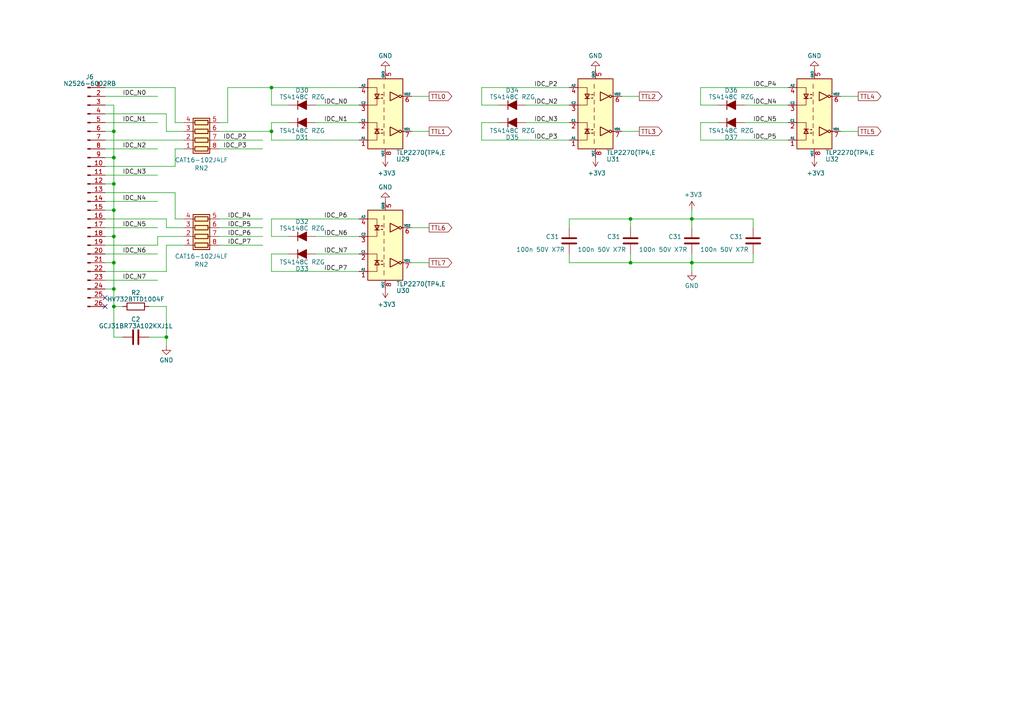
<source format=kicad_sch>
(kicad_sch (version 20230121) (generator eeschema)

  (uuid afb3090b-bdc9-433b-9263-b07a750ad2ac)

  (paper "A4")

  (title_block
    (title "Compensation coils driver 3x3A for Kasli system")
    (date "2023-11-17")
    (rev "3_Artiq")
    (company "Nicolaus Copernicus University in Toruń")
    (comment 1 "KL FAMO")
    (comment 3 "designed by Adam Ledziński")
  )

  (lib_symbols
    (symbol "Connector:Conn_01x26_Pin" (pin_names (offset 1.016) hide) (in_bom yes) (on_board yes)
      (property "Reference" "J" (at 0 33.02 0)
        (effects (font (size 1.27 1.27)))
      )
      (property "Value" "Conn_01x26_Pin" (at 0 -35.56 0)
        (effects (font (size 1.27 1.27)))
      )
      (property "Footprint" "" (at 0 0 0)
        (effects (font (size 1.27 1.27)) hide)
      )
      (property "Datasheet" "~" (at 0 0 0)
        (effects (font (size 1.27 1.27)) hide)
      )
      (property "ki_locked" "" (at 0 0 0)
        (effects (font (size 1.27 1.27)))
      )
      (property "ki_keywords" "connector" (at 0 0 0)
        (effects (font (size 1.27 1.27)) hide)
      )
      (property "ki_description" "Generic connector, single row, 01x26, script generated" (at 0 0 0)
        (effects (font (size 1.27 1.27)) hide)
      )
      (property "ki_fp_filters" "Connector*:*_1x??_*" (at 0 0 0)
        (effects (font (size 1.27 1.27)) hide)
      )
      (symbol "Conn_01x26_Pin_1_1"
        (polyline
          (pts
            (xy 1.27 -33.02)
            (xy 0.8636 -33.02)
          )
          (stroke (width 0.1524) (type default))
          (fill (type none))
        )
        (polyline
          (pts
            (xy 1.27 -30.48)
            (xy 0.8636 -30.48)
          )
          (stroke (width 0.1524) (type default))
          (fill (type none))
        )
        (polyline
          (pts
            (xy 1.27 -27.94)
            (xy 0.8636 -27.94)
          )
          (stroke (width 0.1524) (type default))
          (fill (type none))
        )
        (polyline
          (pts
            (xy 1.27 -25.4)
            (xy 0.8636 -25.4)
          )
          (stroke (width 0.1524) (type default))
          (fill (type none))
        )
        (polyline
          (pts
            (xy 1.27 -22.86)
            (xy 0.8636 -22.86)
          )
          (stroke (width 0.1524) (type default))
          (fill (type none))
        )
        (polyline
          (pts
            (xy 1.27 -20.32)
            (xy 0.8636 -20.32)
          )
          (stroke (width 0.1524) (type default))
          (fill (type none))
        )
        (polyline
          (pts
            (xy 1.27 -17.78)
            (xy 0.8636 -17.78)
          )
          (stroke (width 0.1524) (type default))
          (fill (type none))
        )
        (polyline
          (pts
            (xy 1.27 -15.24)
            (xy 0.8636 -15.24)
          )
          (stroke (width 0.1524) (type default))
          (fill (type none))
        )
        (polyline
          (pts
            (xy 1.27 -12.7)
            (xy 0.8636 -12.7)
          )
          (stroke (width 0.1524) (type default))
          (fill (type none))
        )
        (polyline
          (pts
            (xy 1.27 -10.16)
            (xy 0.8636 -10.16)
          )
          (stroke (width 0.1524) (type default))
          (fill (type none))
        )
        (polyline
          (pts
            (xy 1.27 -7.62)
            (xy 0.8636 -7.62)
          )
          (stroke (width 0.1524) (type default))
          (fill (type none))
        )
        (polyline
          (pts
            (xy 1.27 -5.08)
            (xy 0.8636 -5.08)
          )
          (stroke (width 0.1524) (type default))
          (fill (type none))
        )
        (polyline
          (pts
            (xy 1.27 -2.54)
            (xy 0.8636 -2.54)
          )
          (stroke (width 0.1524) (type default))
          (fill (type none))
        )
        (polyline
          (pts
            (xy 1.27 0)
            (xy 0.8636 0)
          )
          (stroke (width 0.1524) (type default))
          (fill (type none))
        )
        (polyline
          (pts
            (xy 1.27 2.54)
            (xy 0.8636 2.54)
          )
          (stroke (width 0.1524) (type default))
          (fill (type none))
        )
        (polyline
          (pts
            (xy 1.27 5.08)
            (xy 0.8636 5.08)
          )
          (stroke (width 0.1524) (type default))
          (fill (type none))
        )
        (polyline
          (pts
            (xy 1.27 7.62)
            (xy 0.8636 7.62)
          )
          (stroke (width 0.1524) (type default))
          (fill (type none))
        )
        (polyline
          (pts
            (xy 1.27 10.16)
            (xy 0.8636 10.16)
          )
          (stroke (width 0.1524) (type default))
          (fill (type none))
        )
        (polyline
          (pts
            (xy 1.27 12.7)
            (xy 0.8636 12.7)
          )
          (stroke (width 0.1524) (type default))
          (fill (type none))
        )
        (polyline
          (pts
            (xy 1.27 15.24)
            (xy 0.8636 15.24)
          )
          (stroke (width 0.1524) (type default))
          (fill (type none))
        )
        (polyline
          (pts
            (xy 1.27 17.78)
            (xy 0.8636 17.78)
          )
          (stroke (width 0.1524) (type default))
          (fill (type none))
        )
        (polyline
          (pts
            (xy 1.27 20.32)
            (xy 0.8636 20.32)
          )
          (stroke (width 0.1524) (type default))
          (fill (type none))
        )
        (polyline
          (pts
            (xy 1.27 22.86)
            (xy 0.8636 22.86)
          )
          (stroke (width 0.1524) (type default))
          (fill (type none))
        )
        (polyline
          (pts
            (xy 1.27 25.4)
            (xy 0.8636 25.4)
          )
          (stroke (width 0.1524) (type default))
          (fill (type none))
        )
        (polyline
          (pts
            (xy 1.27 27.94)
            (xy 0.8636 27.94)
          )
          (stroke (width 0.1524) (type default))
          (fill (type none))
        )
        (polyline
          (pts
            (xy 1.27 30.48)
            (xy 0.8636 30.48)
          )
          (stroke (width 0.1524) (type default))
          (fill (type none))
        )
        (rectangle (start 0.8636 -32.893) (end 0 -33.147)
          (stroke (width 0.1524) (type default))
          (fill (type outline))
        )
        (rectangle (start 0.8636 -30.353) (end 0 -30.607)
          (stroke (width 0.1524) (type default))
          (fill (type outline))
        )
        (rectangle (start 0.8636 -27.813) (end 0 -28.067)
          (stroke (width 0.1524) (type default))
          (fill (type outline))
        )
        (rectangle (start 0.8636 -25.273) (end 0 -25.527)
          (stroke (width 0.1524) (type default))
          (fill (type outline))
        )
        (rectangle (start 0.8636 -22.733) (end 0 -22.987)
          (stroke (width 0.1524) (type default))
          (fill (type outline))
        )
        (rectangle (start 0.8636 -20.193) (end 0 -20.447)
          (stroke (width 0.1524) (type default))
          (fill (type outline))
        )
        (rectangle (start 0.8636 -17.653) (end 0 -17.907)
          (stroke (width 0.1524) (type default))
          (fill (type outline))
        )
        (rectangle (start 0.8636 -15.113) (end 0 -15.367)
          (stroke (width 0.1524) (type default))
          (fill (type outline))
        )
        (rectangle (start 0.8636 -12.573) (end 0 -12.827)
          (stroke (width 0.1524) (type default))
          (fill (type outline))
        )
        (rectangle (start 0.8636 -10.033) (end 0 -10.287)
          (stroke (width 0.1524) (type default))
          (fill (type outline))
        )
        (rectangle (start 0.8636 -7.493) (end 0 -7.747)
          (stroke (width 0.1524) (type default))
          (fill (type outline))
        )
        (rectangle (start 0.8636 -4.953) (end 0 -5.207)
          (stroke (width 0.1524) (type default))
          (fill (type outline))
        )
        (rectangle (start 0.8636 -2.413) (end 0 -2.667)
          (stroke (width 0.1524) (type default))
          (fill (type outline))
        )
        (rectangle (start 0.8636 0.127) (end 0 -0.127)
          (stroke (width 0.1524) (type default))
          (fill (type outline))
        )
        (rectangle (start 0.8636 2.667) (end 0 2.413)
          (stroke (width 0.1524) (type default))
          (fill (type outline))
        )
        (rectangle (start 0.8636 5.207) (end 0 4.953)
          (stroke (width 0.1524) (type default))
          (fill (type outline))
        )
        (rectangle (start 0.8636 7.747) (end 0 7.493)
          (stroke (width 0.1524) (type default))
          (fill (type outline))
        )
        (rectangle (start 0.8636 10.287) (end 0 10.033)
          (stroke (width 0.1524) (type default))
          (fill (type outline))
        )
        (rectangle (start 0.8636 12.827) (end 0 12.573)
          (stroke (width 0.1524) (type default))
          (fill (type outline))
        )
        (rectangle (start 0.8636 15.367) (end 0 15.113)
          (stroke (width 0.1524) (type default))
          (fill (type outline))
        )
        (rectangle (start 0.8636 17.907) (end 0 17.653)
          (stroke (width 0.1524) (type default))
          (fill (type outline))
        )
        (rectangle (start 0.8636 20.447) (end 0 20.193)
          (stroke (width 0.1524) (type default))
          (fill (type outline))
        )
        (rectangle (start 0.8636 22.987) (end 0 22.733)
          (stroke (width 0.1524) (type default))
          (fill (type outline))
        )
        (rectangle (start 0.8636 25.527) (end 0 25.273)
          (stroke (width 0.1524) (type default))
          (fill (type outline))
        )
        (rectangle (start 0.8636 28.067) (end 0 27.813)
          (stroke (width 0.1524) (type default))
          (fill (type outline))
        )
        (rectangle (start 0.8636 30.607) (end 0 30.353)
          (stroke (width 0.1524) (type default))
          (fill (type outline))
        )
        (pin passive line (at 5.08 30.48 180) (length 3.81)
          (name "Pin_1" (effects (font (size 1.27 1.27))))
          (number "1" (effects (font (size 1.27 1.27))))
        )
        (pin passive line (at 5.08 7.62 180) (length 3.81)
          (name "Pin_10" (effects (font (size 1.27 1.27))))
          (number "10" (effects (font (size 1.27 1.27))))
        )
        (pin passive line (at 5.08 5.08 180) (length 3.81)
          (name "Pin_11" (effects (font (size 1.27 1.27))))
          (number "11" (effects (font (size 1.27 1.27))))
        )
        (pin passive line (at 5.08 2.54 180) (length 3.81)
          (name "Pin_12" (effects (font (size 1.27 1.27))))
          (number "12" (effects (font (size 1.27 1.27))))
        )
        (pin passive line (at 5.08 0 180) (length 3.81)
          (name "Pin_13" (effects (font (size 1.27 1.27))))
          (number "13" (effects (font (size 1.27 1.27))))
        )
        (pin passive line (at 5.08 -2.54 180) (length 3.81)
          (name "Pin_14" (effects (font (size 1.27 1.27))))
          (number "14" (effects (font (size 1.27 1.27))))
        )
        (pin passive line (at 5.08 -5.08 180) (length 3.81)
          (name "Pin_15" (effects (font (size 1.27 1.27))))
          (number "15" (effects (font (size 1.27 1.27))))
        )
        (pin passive line (at 5.08 -7.62 180) (length 3.81)
          (name "Pin_16" (effects (font (size 1.27 1.27))))
          (number "16" (effects (font (size 1.27 1.27))))
        )
        (pin passive line (at 5.08 -10.16 180) (length 3.81)
          (name "Pin_17" (effects (font (size 1.27 1.27))))
          (number "17" (effects (font (size 1.27 1.27))))
        )
        (pin passive line (at 5.08 -12.7 180) (length 3.81)
          (name "Pin_18" (effects (font (size 1.27 1.27))))
          (number "18" (effects (font (size 1.27 1.27))))
        )
        (pin passive line (at 5.08 -15.24 180) (length 3.81)
          (name "Pin_19" (effects (font (size 1.27 1.27))))
          (number "19" (effects (font (size 1.27 1.27))))
        )
        (pin passive line (at 5.08 27.94 180) (length 3.81)
          (name "Pin_2" (effects (font (size 1.27 1.27))))
          (number "2" (effects (font (size 1.27 1.27))))
        )
        (pin passive line (at 5.08 -17.78 180) (length 3.81)
          (name "Pin_20" (effects (font (size 1.27 1.27))))
          (number "20" (effects (font (size 1.27 1.27))))
        )
        (pin passive line (at 5.08 -20.32 180) (length 3.81)
          (name "Pin_21" (effects (font (size 1.27 1.27))))
          (number "21" (effects (font (size 1.27 1.27))))
        )
        (pin passive line (at 5.08 -22.86 180) (length 3.81)
          (name "Pin_22" (effects (font (size 1.27 1.27))))
          (number "22" (effects (font (size 1.27 1.27))))
        )
        (pin passive line (at 5.08 -25.4 180) (length 3.81)
          (name "Pin_23" (effects (font (size 1.27 1.27))))
          (number "23" (effects (font (size 1.27 1.27))))
        )
        (pin passive line (at 5.08 -27.94 180) (length 3.81)
          (name "Pin_24" (effects (font (size 1.27 1.27))))
          (number "24" (effects (font (size 1.27 1.27))))
        )
        (pin passive line (at 5.08 -30.48 180) (length 3.81)
          (name "Pin_25" (effects (font (size 1.27 1.27))))
          (number "25" (effects (font (size 1.27 1.27))))
        )
        (pin passive line (at 5.08 -33.02 180) (length 3.81)
          (name "Pin_26" (effects (font (size 1.27 1.27))))
          (number "26" (effects (font (size 1.27 1.27))))
        )
        (pin passive line (at 5.08 25.4 180) (length 3.81)
          (name "Pin_3" (effects (font (size 1.27 1.27))))
          (number "3" (effects (font (size 1.27 1.27))))
        )
        (pin passive line (at 5.08 22.86 180) (length 3.81)
          (name "Pin_4" (effects (font (size 1.27 1.27))))
          (number "4" (effects (font (size 1.27 1.27))))
        )
        (pin passive line (at 5.08 20.32 180) (length 3.81)
          (name "Pin_5" (effects (font (size 1.27 1.27))))
          (number "5" (effects (font (size 1.27 1.27))))
        )
        (pin passive line (at 5.08 17.78 180) (length 3.81)
          (name "Pin_6" (effects (font (size 1.27 1.27))))
          (number "6" (effects (font (size 1.27 1.27))))
        )
        (pin passive line (at 5.08 15.24 180) (length 3.81)
          (name "Pin_7" (effects (font (size 1.27 1.27))))
          (number "7" (effects (font (size 1.27 1.27))))
        )
        (pin passive line (at 5.08 12.7 180) (length 3.81)
          (name "Pin_8" (effects (font (size 1.27 1.27))))
          (number "8" (effects (font (size 1.27 1.27))))
        )
        (pin passive line (at 5.08 10.16 180) (length 3.81)
          (name "Pin_9" (effects (font (size 1.27 1.27))))
          (number "9" (effects (font (size 1.27 1.27))))
        )
      )
    )
    (symbol "Device:C" (pin_numbers hide) (pin_names (offset 0.254)) (in_bom yes) (on_board yes)
      (property "Reference" "C" (at 0.635 2.54 0)
        (effects (font (size 1.27 1.27)) (justify left))
      )
      (property "Value" "C" (at 0.635 -2.54 0)
        (effects (font (size 1.27 1.27)) (justify left))
      )
      (property "Footprint" "" (at 0.9652 -3.81 0)
        (effects (font (size 1.27 1.27)) hide)
      )
      (property "Datasheet" "~" (at 0 0 0)
        (effects (font (size 1.27 1.27)) hide)
      )
      (property "ki_keywords" "cap capacitor" (at 0 0 0)
        (effects (font (size 1.27 1.27)) hide)
      )
      (property "ki_description" "Unpolarized capacitor" (at 0 0 0)
        (effects (font (size 1.27 1.27)) hide)
      )
      (property "ki_fp_filters" "C_*" (at 0 0 0)
        (effects (font (size 1.27 1.27)) hide)
      )
      (symbol "C_0_1"
        (polyline
          (pts
            (xy -2.032 -0.762)
            (xy 2.032 -0.762)
          )
          (stroke (width 0.508) (type default))
          (fill (type none))
        )
        (polyline
          (pts
            (xy -2.032 0.762)
            (xy 2.032 0.762)
          )
          (stroke (width 0.508) (type default))
          (fill (type none))
        )
      )
      (symbol "C_1_1"
        (pin passive line (at 0 3.81 270) (length 2.794)
          (name "~" (effects (font (size 1.27 1.27))))
          (number "1" (effects (font (size 1.27 1.27))))
        )
        (pin passive line (at 0 -3.81 90) (length 2.794)
          (name "~" (effects (font (size 1.27 1.27))))
          (number "2" (effects (font (size 1.27 1.27))))
        )
      )
    )
    (symbol "Device:D_Filled" (pin_numbers hide) (pin_names (offset 1.016) hide) (in_bom yes) (on_board yes)
      (property "Reference" "D" (at 0 2.54 0)
        (effects (font (size 1.27 1.27)))
      )
      (property "Value" "D_Filled" (at 0 -2.54 0)
        (effects (font (size 1.27 1.27)))
      )
      (property "Footprint" "" (at 0 0 0)
        (effects (font (size 1.27 1.27)) hide)
      )
      (property "Datasheet" "~" (at 0 0 0)
        (effects (font (size 1.27 1.27)) hide)
      )
      (property "Sim.Device" "D" (at 0 0 0)
        (effects (font (size 1.27 1.27)) hide)
      )
      (property "Sim.Pins" "1=K 2=A" (at 0 0 0)
        (effects (font (size 1.27 1.27)) hide)
      )
      (property "ki_keywords" "diode" (at 0 0 0)
        (effects (font (size 1.27 1.27)) hide)
      )
      (property "ki_description" "Diode, filled shape" (at 0 0 0)
        (effects (font (size 1.27 1.27)) hide)
      )
      (property "ki_fp_filters" "TO-???* *_Diode_* *SingleDiode* D_*" (at 0 0 0)
        (effects (font (size 1.27 1.27)) hide)
      )
      (symbol "D_Filled_0_1"
        (polyline
          (pts
            (xy -1.27 1.27)
            (xy -1.27 -1.27)
          )
          (stroke (width 0.254) (type default))
          (fill (type none))
        )
        (polyline
          (pts
            (xy 1.27 0)
            (xy -1.27 0)
          )
          (stroke (width 0) (type default))
          (fill (type none))
        )
        (polyline
          (pts
            (xy 1.27 1.27)
            (xy 1.27 -1.27)
            (xy -1.27 0)
            (xy 1.27 1.27)
          )
          (stroke (width 0.254) (type default))
          (fill (type outline))
        )
      )
      (symbol "D_Filled_1_1"
        (pin passive line (at -3.81 0 0) (length 2.54)
          (name "K" (effects (font (size 1.27 1.27))))
          (number "1" (effects (font (size 1.27 1.27))))
        )
        (pin passive line (at 3.81 0 180) (length 2.54)
          (name "A" (effects (font (size 1.27 1.27))))
          (number "2" (effects (font (size 1.27 1.27))))
        )
      )
    )
    (symbol "Device:R" (pin_numbers hide) (pin_names (offset 0)) (in_bom yes) (on_board yes)
      (property "Reference" "R" (at 2.032 0 90)
        (effects (font (size 1.27 1.27)))
      )
      (property "Value" "R" (at 0 0 90)
        (effects (font (size 1.27 1.27)))
      )
      (property "Footprint" "" (at -1.778 0 90)
        (effects (font (size 1.27 1.27)) hide)
      )
      (property "Datasheet" "~" (at 0 0 0)
        (effects (font (size 1.27 1.27)) hide)
      )
      (property "ki_keywords" "R res resistor" (at 0 0 0)
        (effects (font (size 1.27 1.27)) hide)
      )
      (property "ki_description" "Resistor" (at 0 0 0)
        (effects (font (size 1.27 1.27)) hide)
      )
      (property "ki_fp_filters" "R_*" (at 0 0 0)
        (effects (font (size 1.27 1.27)) hide)
      )
      (symbol "R_0_1"
        (rectangle (start -1.016 -2.54) (end 1.016 2.54)
          (stroke (width 0.254) (type default))
          (fill (type none))
        )
      )
      (symbol "R_1_1"
        (pin passive line (at 0 3.81 270) (length 1.27)
          (name "~" (effects (font (size 1.27 1.27))))
          (number "1" (effects (font (size 1.27 1.27))))
        )
        (pin passive line (at 0 -3.81 90) (length 1.27)
          (name "~" (effects (font (size 1.27 1.27))))
          (number "2" (effects (font (size 1.27 1.27))))
        )
      )
    )
    (symbol "Device:R_Pack04" (pin_names (offset 0) hide) (in_bom yes) (on_board yes)
      (property "Reference" "RN" (at -7.62 0 90)
        (effects (font (size 1.27 1.27)))
      )
      (property "Value" "R_Pack04" (at 5.08 0 90)
        (effects (font (size 1.27 1.27)))
      )
      (property "Footprint" "" (at 6.985 0 90)
        (effects (font (size 1.27 1.27)) hide)
      )
      (property "Datasheet" "~" (at 0 0 0)
        (effects (font (size 1.27 1.27)) hide)
      )
      (property "ki_keywords" "R network parallel topology isolated" (at 0 0 0)
        (effects (font (size 1.27 1.27)) hide)
      )
      (property "ki_description" "4 resistor network, parallel topology" (at 0 0 0)
        (effects (font (size 1.27 1.27)) hide)
      )
      (property "ki_fp_filters" "DIP* SOIC* R*Array*Concave* R*Array*Convex*" (at 0 0 0)
        (effects (font (size 1.27 1.27)) hide)
      )
      (symbol "R_Pack04_0_1"
        (rectangle (start -6.35 -2.413) (end 3.81 2.413)
          (stroke (width 0.254) (type default))
          (fill (type background))
        )
        (rectangle (start -5.715 1.905) (end -4.445 -1.905)
          (stroke (width 0.254) (type default))
          (fill (type none))
        )
        (rectangle (start -3.175 1.905) (end -1.905 -1.905)
          (stroke (width 0.254) (type default))
          (fill (type none))
        )
        (rectangle (start -0.635 1.905) (end 0.635 -1.905)
          (stroke (width 0.254) (type default))
          (fill (type none))
        )
        (polyline
          (pts
            (xy -5.08 -2.54)
            (xy -5.08 -1.905)
          )
          (stroke (width 0) (type default))
          (fill (type none))
        )
        (polyline
          (pts
            (xy -5.08 1.905)
            (xy -5.08 2.54)
          )
          (stroke (width 0) (type default))
          (fill (type none))
        )
        (polyline
          (pts
            (xy -2.54 -2.54)
            (xy -2.54 -1.905)
          )
          (stroke (width 0) (type default))
          (fill (type none))
        )
        (polyline
          (pts
            (xy -2.54 1.905)
            (xy -2.54 2.54)
          )
          (stroke (width 0) (type default))
          (fill (type none))
        )
        (polyline
          (pts
            (xy 0 -2.54)
            (xy 0 -1.905)
          )
          (stroke (width 0) (type default))
          (fill (type none))
        )
        (polyline
          (pts
            (xy 0 1.905)
            (xy 0 2.54)
          )
          (stroke (width 0) (type default))
          (fill (type none))
        )
        (polyline
          (pts
            (xy 2.54 -2.54)
            (xy 2.54 -1.905)
          )
          (stroke (width 0) (type default))
          (fill (type none))
        )
        (polyline
          (pts
            (xy 2.54 1.905)
            (xy 2.54 2.54)
          )
          (stroke (width 0) (type default))
          (fill (type none))
        )
        (rectangle (start 1.905 1.905) (end 3.175 -1.905)
          (stroke (width 0.254) (type default))
          (fill (type none))
        )
      )
      (symbol "R_Pack04_1_1"
        (pin passive line (at -5.08 -5.08 90) (length 2.54)
          (name "R1.1" (effects (font (size 1.27 1.27))))
          (number "1" (effects (font (size 1.27 1.27))))
        )
        (pin passive line (at -2.54 -5.08 90) (length 2.54)
          (name "R2.1" (effects (font (size 1.27 1.27))))
          (number "2" (effects (font (size 1.27 1.27))))
        )
        (pin passive line (at 0 -5.08 90) (length 2.54)
          (name "R3.1" (effects (font (size 1.27 1.27))))
          (number "3" (effects (font (size 1.27 1.27))))
        )
        (pin passive line (at 2.54 -5.08 90) (length 2.54)
          (name "R4.1" (effects (font (size 1.27 1.27))))
          (number "4" (effects (font (size 1.27 1.27))))
        )
        (pin passive line (at 2.54 5.08 270) (length 2.54)
          (name "R4.2" (effects (font (size 1.27 1.27))))
          (number "5" (effects (font (size 1.27 1.27))))
        )
        (pin passive line (at 0 5.08 270) (length 2.54)
          (name "R3.2" (effects (font (size 1.27 1.27))))
          (number "6" (effects (font (size 1.27 1.27))))
        )
        (pin passive line (at -2.54 5.08 270) (length 2.54)
          (name "R2.2" (effects (font (size 1.27 1.27))))
          (number "7" (effects (font (size 1.27 1.27))))
        )
        (pin passive line (at -5.08 5.08 270) (length 2.54)
          (name "R1.2" (effects (font (size 1.27 1.27))))
          (number "8" (effects (font (size 1.27 1.27))))
        )
      )
    )
    (symbol "Isolator:HCPL-063A" (pin_names (offset 0)) (in_bom yes) (on_board yes)
      (property "Reference" "U" (at -4.064 11.43 0)
        (effects (font (size 1.27 1.27)))
      )
      (property "Value" "HCPL-063A" (at 7.874 11.43 0)
        (effects (font (size 1.27 1.27)))
      )
      (property "Footprint" "Package_SO:SOIC-8_3.9x4.9mm_P1.27mm" (at 0 -17.78 0)
        (effects (font (size 1.27 1.27)) hide)
      )
      (property "Datasheet" "http://docs.avagotech.com/docs/AV02-0391EN" (at -21.59 15.24 0)
        (effects (font (size 1.27 1.27)) hide)
      )
      (property "ki_keywords" "High speed optically coupled gates" (at 0 0 0)
        (effects (font (size 1.27 1.27)) hide)
      )
      (property "ki_description" "Dual High Speed HCMOS/LSTTL/TTL Compatible Optocoupler, dV/dt 1000/us, VCM 50, -0.5V to 7V VCC, SOIC-8" (at 0 0 0)
        (effects (font (size 1.27 1.27)) hide)
      )
      (property "ki_fp_filters" "SOIC*3.9x4.9mm?P1.27mm*" (at 0 0 0)
        (effects (font (size 1.27 1.27)) hide)
      )
      (symbol "HCPL-063A_0_1"
        (rectangle (start -5.08 10.16) (end 5.08 -10.16)
          (stroke (width 0.254) (type default))
          (fill (type background))
        )
      )
      (symbol "HCPL-063A_1_1"
        (polyline
          (pts
            (xy -3.048 -4.445)
            (xy -1.778 -4.445)
          )
          (stroke (width 0.254) (type default))
          (fill (type none))
        )
        (polyline
          (pts
            (xy -3.048 4.445)
            (xy -1.778 4.445)
          )
          (stroke (width 0.254) (type default))
          (fill (type none))
        )
        (polyline
          (pts
            (xy -0.381 -7.366)
            (xy -0.381 -8.636)
          )
          (stroke (width 0) (type default))
          (fill (type none))
        )
        (polyline
          (pts
            (xy -0.381 -5.08)
            (xy -0.381 -6.35)
          )
          (stroke (width 0) (type default))
          (fill (type none))
        )
        (polyline
          (pts
            (xy -0.381 -2.794)
            (xy -0.381 -4.064)
          )
          (stroke (width 0) (type default))
          (fill (type none))
        )
        (polyline
          (pts
            (xy -0.381 -0.508)
            (xy -0.381 -1.778)
          )
          (stroke (width 0) (type default))
          (fill (type none))
        )
        (polyline
          (pts
            (xy -0.381 1.778)
            (xy -0.381 0.508)
          )
          (stroke (width 0) (type default))
          (fill (type none))
        )
        (polyline
          (pts
            (xy -0.381 4.064)
            (xy -0.381 2.794)
          )
          (stroke (width 0) (type default))
          (fill (type none))
        )
        (polyline
          (pts
            (xy -0.381 6.35)
            (xy -0.381 5.08)
          )
          (stroke (width 0) (type default))
          (fill (type none))
        )
        (polyline
          (pts
            (xy -0.381 8.636)
            (xy -0.381 7.366)
          )
          (stroke (width 0) (type default))
          (fill (type none))
        )
        (polyline
          (pts
            (xy 4.699 -5.08)
            (xy 5.207 -5.08)
          )
          (stroke (width 0.254) (type default))
          (fill (type none))
        )
        (polyline
          (pts
            (xy 4.699 5.08)
            (xy 5.334 5.08)
          )
          (stroke (width 0.254) (type default))
          (fill (type none))
        )
        (polyline
          (pts
            (xy -4.953 -7.62)
            (xy -2.413 -7.62)
            (xy -2.413 -5.715)
          )
          (stroke (width 0) (type default))
          (fill (type none))
        )
        (polyline
          (pts
            (xy -4.953 7.62)
            (xy -2.413 7.62)
            (xy -2.413 4.318)
          )
          (stroke (width 0) (type default))
          (fill (type none))
        )
        (polyline
          (pts
            (xy -2.413 -5.842)
            (xy -2.413 -2.54)
            (xy -4.953 -2.54)
          )
          (stroke (width 0) (type default))
          (fill (type none))
        )
        (polyline
          (pts
            (xy -2.413 4.445)
            (xy -2.413 2.54)
            (xy -4.953 2.54)
          )
          (stroke (width 0) (type default))
          (fill (type none))
        )
        (polyline
          (pts
            (xy -2.413 -4.445)
            (xy -3.048 -5.715)
            (xy -1.778 -5.715)
            (xy -2.413 -4.445)
          )
          (stroke (width 0.254) (type default))
          (fill (type none))
        )
        (polyline
          (pts
            (xy -2.413 4.445)
            (xy -3.048 5.715)
            (xy -1.778 5.715)
            (xy -2.413 4.445)
          )
          (stroke (width 0.254) (type default))
          (fill (type none))
        )
        (polyline
          (pts
            (xy 3.937 -5.08)
            (xy 1.397 -3.81)
            (xy 1.397 -6.35)
            (xy 3.937 -5.08)
          )
          (stroke (width 0.254) (type default))
          (fill (type none))
        )
        (polyline
          (pts
            (xy 3.937 5.08)
            (xy 1.397 6.35)
            (xy 1.397 3.81)
            (xy 3.937 5.08)
          )
          (stroke (width 0.254) (type default))
          (fill (type none))
        )
        (polyline
          (pts
            (xy -1.397 -5.588)
            (xy -0.635 -5.588)
            (xy -1.016 -5.715)
            (xy -1.016 -5.461)
            (xy -0.635 -5.588)
          )
          (stroke (width 0.127) (type default))
          (fill (type none))
        )
        (polyline
          (pts
            (xy -1.397 -4.572)
            (xy -0.635 -4.572)
            (xy -1.016 -4.699)
            (xy -1.016 -4.445)
            (xy -0.635 -4.572)
          )
          (stroke (width 0.127) (type default))
          (fill (type none))
        )
        (polyline
          (pts
            (xy -1.397 4.572)
            (xy -0.635 4.572)
            (xy -1.016 4.445)
            (xy -1.016 4.699)
            (xy -0.635 4.572)
          )
          (stroke (width 0.127) (type default))
          (fill (type none))
        )
        (polyline
          (pts
            (xy -1.397 5.588)
            (xy -0.635 5.588)
            (xy -1.016 5.461)
            (xy -1.016 5.715)
            (xy -0.635 5.588)
          )
          (stroke (width 0.127) (type default))
          (fill (type none))
        )
        (circle (center 4.318 -5.08) (radius 0.3556)
          (stroke (width 0.254) (type default))
          (fill (type none))
        )
        (circle (center 4.318 5.08) (radius 0.3556)
          (stroke (width 0.254) (type default))
          (fill (type none))
        )
        (pin passive line (at -7.62 7.62 0) (length 2.54)
          (name "A1" (effects (font (size 0.635 0.635))))
          (number "1" (effects (font (size 1.27 1.27))))
        )
        (pin passive line (at -7.62 2.54 0) (length 2.54)
          (name "C1" (effects (font (size 0.635 0.635))))
          (number "2" (effects (font (size 1.27 1.27))))
        )
        (pin passive line (at -7.62 -2.54 0) (length 2.54)
          (name "C2" (effects (font (size 0.635 0.635))))
          (number "3" (effects (font (size 1.27 1.27))))
        )
        (pin passive line (at -7.62 -7.62 0) (length 2.54)
          (name "A2" (effects (font (size 0.635 0.635))))
          (number "4" (effects (font (size 1.27 1.27))))
        )
        (pin power_in line (at 0 -12.7 90) (length 2.54)
          (name "GND" (effects (font (size 0.635 0.635))))
          (number "5" (effects (font (size 1.27 1.27))))
        )
        (pin open_collector line (at 7.62 -5.08 180) (length 2.54)
          (name "VO2" (effects (font (size 0.635 0.635))))
          (number "6" (effects (font (size 1.27 1.27))))
        )
        (pin open_collector line (at 7.62 5.08 180) (length 2.54)
          (name "VO1" (effects (font (size 0.635 0.635))))
          (number "7" (effects (font (size 1.27 1.27))))
        )
        (pin power_in line (at 0 12.7 270) (length 2.54)
          (name "VCC" (effects (font (size 0.635 0.635))))
          (number "8" (effects (font (size 1.27 1.27))))
        )
      )
    )
    (symbol "c3Av2_A-rescue:+3.3V-power" (power) (pin_names (offset 0)) (in_bom yes) (on_board yes)
      (property "Reference" "#PWR" (at 0 -3.81 0)
        (effects (font (size 1.27 1.27)) hide)
      )
      (property "Value" "+3.3V-power" (at 0 3.556 0)
        (effects (font (size 1.27 1.27)))
      )
      (property "Footprint" "" (at 0 0 0)
        (effects (font (size 1.27 1.27)) hide)
      )
      (property "Datasheet" "" (at 0 0 0)
        (effects (font (size 1.27 1.27)) hide)
      )
      (symbol "+3.3V-power_0_1"
        (polyline
          (pts
            (xy -0.762 1.27)
            (xy 0 2.54)
          )
          (stroke (width 0) (type solid))
          (fill (type none))
        )
        (polyline
          (pts
            (xy 0 0)
            (xy 0 2.54)
          )
          (stroke (width 0) (type solid))
          (fill (type none))
        )
        (polyline
          (pts
            (xy 0 2.54)
            (xy 0.762 1.27)
          )
          (stroke (width 0) (type solid))
          (fill (type none))
        )
      )
      (symbol "+3.3V-power_1_1"
        (pin power_in line (at 0 0 90) (length 0) hide
          (name "+3V3" (effects (font (size 1.27 1.27))))
          (number "1" (effects (font (size 1.27 1.27))))
        )
      )
    )
    (symbol "power:GND" (power) (pin_names (offset 0)) (in_bom yes) (on_board yes)
      (property "Reference" "#PWR" (at 0 -6.35 0)
        (effects (font (size 1.27 1.27)) hide)
      )
      (property "Value" "GND" (at 0 -3.81 0)
        (effects (font (size 1.27 1.27)))
      )
      (property "Footprint" "" (at 0 0 0)
        (effects (font (size 1.27 1.27)) hide)
      )
      (property "Datasheet" "" (at 0 0 0)
        (effects (font (size 1.27 1.27)) hide)
      )
      (property "ki_keywords" "global power" (at 0 0 0)
        (effects (font (size 1.27 1.27)) hide)
      )
      (property "ki_description" "Power symbol creates a global label with name \"GND\" , ground" (at 0 0 0)
        (effects (font (size 1.27 1.27)) hide)
      )
      (symbol "GND_0_1"
        (polyline
          (pts
            (xy 0 0)
            (xy 0 -1.27)
            (xy 1.27 -1.27)
            (xy 0 -2.54)
            (xy -1.27 -1.27)
            (xy 0 -1.27)
          )
          (stroke (width 0) (type default))
          (fill (type none))
        )
      )
      (symbol "GND_1_1"
        (pin power_in line (at 0 0 270) (length 0) hide
          (name "GND" (effects (font (size 1.27 1.27))))
          (number "1" (effects (font (size 1.27 1.27))))
        )
      )
    )
  )

  (junction (at 78.74 25.4) (diameter 0) (color 0 0 0 0)
    (uuid 0912eaac-26a2-4c07-a21b-8222f30fbf62)
  )
  (junction (at 182.88 76.2) (diameter 0) (color 0 0 0 0)
    (uuid 0d139871-207d-40e0-8d56-4ca0be89d661)
  )
  (junction (at 200.66 76.2) (diameter 0) (color 0 0 0 0)
    (uuid 25476414-8e62-43b8-9e98-f37e91d7eaab)
  )
  (junction (at 182.88 63.5) (diameter 0) (color 0 0 0 0)
    (uuid 27087a16-7a58-47df-b390-d777bf093aa0)
  )
  (junction (at 33.02 38.1) (diameter 0) (color 0 0 0 0)
    (uuid 35dbeeb9-9618-4789-b033-6b89542286b9)
  )
  (junction (at 33.02 83.82) (diameter 0) (color 0 0 0 0)
    (uuid 46031621-a91a-4dc9-ada1-f867efa505bc)
  )
  (junction (at 33.02 88.9) (diameter 0) (color 0 0 0 0)
    (uuid 5c883c77-fa4a-489a-a331-5f5cdb79c185)
  )
  (junction (at 33.02 68.58) (diameter 0) (color 0 0 0 0)
    (uuid 6d6f554e-4fa5-4c20-a51d-4705dbb58dac)
  )
  (junction (at 200.66 63.5) (diameter 0) (color 0 0 0 0)
    (uuid 73557e1e-e3b1-41d4-b636-a1375dda97d6)
  )
  (junction (at 33.02 45.72) (diameter 0) (color 0 0 0 0)
    (uuid 75e115ee-13d8-4872-b66f-3261392764e6)
  )
  (junction (at 33.02 53.34) (diameter 0) (color 0 0 0 0)
    (uuid a8e1b90d-60a4-42ac-b360-de23541a7c44)
  )
  (junction (at 33.02 60.96) (diameter 0) (color 0 0 0 0)
    (uuid a9514db8-1dbc-4e1f-b924-b411c00ebbaf)
  )
  (junction (at 78.74 38.1) (diameter 0) (color 0 0 0 0)
    (uuid ab56222a-759b-4897-bf81-a8a759b8212d)
  )
  (junction (at 33.02 76.2) (diameter 0) (color 0 0 0 0)
    (uuid d62b4955-eb5c-49bc-96b7-555a7ebeaf3c)
  )
  (junction (at 48.26 97.79) (diameter 0) (color 0 0 0 0)
    (uuid dbab6be4-50bc-44e2-8f55-1f11f7b5079c)
  )

  (no_connect (at 30.48 88.9) (uuid 1b4e0ee1-6d07-4884-be1c-e7d48fe4c001))
  (no_connect (at 30.48 86.36) (uuid 5d92ee21-9888-4ae9-9ab2-7c3764454b2b))

  (wire (pts (xy 83.82 68.58) (xy 78.74 68.58))
    (stroke (width 0) (type default))
    (uuid 00b00e08-6005-42b7-92cc-0ad3cc66264d)
  )
  (wire (pts (xy 200.66 76.2) (xy 200.66 78.74))
    (stroke (width 0) (type default))
    (uuid 010788d9-990e-4327-9e01-d9d22b438d14)
  )
  (wire (pts (xy 228.6 40.64) (xy 203.2 40.64))
    (stroke (width 0) (type default))
    (uuid 01743ff0-dcda-49da-9541-1bea3402ea85)
  )
  (wire (pts (xy 30.48 27.94) (xy 45.72 27.94))
    (stroke (width 0) (type default))
    (uuid 019aebd1-23f7-43cf-9ea6-a3da70bb77a1)
  )
  (wire (pts (xy 30.48 45.72) (xy 33.02 45.72))
    (stroke (width 0) (type default))
    (uuid 0413280d-b8f5-4279-9649-242c6cdf4c98)
  )
  (wire (pts (xy 48.26 88.9) (xy 48.26 97.79))
    (stroke (width 0) (type default))
    (uuid 0659b8b8-033d-499d-8684-7a6ec8117f1a)
  )
  (wire (pts (xy 139.7 25.4) (xy 139.7 30.48))
    (stroke (width 0) (type default))
    (uuid 08cc34b5-07b1-4415-b5f2-ea907f16e65a)
  )
  (wire (pts (xy 33.02 83.82) (xy 33.02 88.9))
    (stroke (width 0) (type default))
    (uuid 09b931f1-4485-42f3-81da-ef10f0ad37dc)
  )
  (wire (pts (xy 182.88 63.5) (xy 200.66 63.5))
    (stroke (width 0) (type default))
    (uuid 0a401040-5e43-4551-beab-99a1d49450ec)
  )
  (wire (pts (xy 50.8 63.5) (xy 50.8 55.88))
    (stroke (width 0) (type default))
    (uuid 0b040cb3-534c-4b95-8221-b3c2a02e8af9)
  )
  (wire (pts (xy 48.26 71.12) (xy 48.26 78.74))
    (stroke (width 0) (type default))
    (uuid 0e829640-99ef-4729-b28e-d2d6f2f12358)
  )
  (wire (pts (xy 63.5 40.64) (xy 76.2 40.64))
    (stroke (width 0) (type default))
    (uuid 12b7ea3f-b3eb-4556-9021-e631c83a5399)
  )
  (wire (pts (xy 215.9 30.48) (xy 228.6 30.48))
    (stroke (width 0) (type default))
    (uuid 162c13b7-09f0-4385-8dcb-098591309ce8)
  )
  (wire (pts (xy 139.7 35.56) (xy 139.7 40.64))
    (stroke (width 0) (type default))
    (uuid 19cda0f5-509d-419c-a8f6-ca3b93917937)
  )
  (wire (pts (xy 144.78 30.48) (xy 139.7 30.48))
    (stroke (width 0) (type default))
    (uuid 1a7b8f51-d307-46d7-bca8-e19e40072597)
  )
  (wire (pts (xy 182.88 76.2) (xy 200.66 76.2))
    (stroke (width 0) (type default))
    (uuid 1c8a3aea-2ef4-4f78-9c30-5322af8d420c)
  )
  (wire (pts (xy 48.26 66.04) (xy 48.26 63.5))
    (stroke (width 0) (type default))
    (uuid 1cfad0b1-7777-4b05-a5df-359280e4e01e)
  )
  (wire (pts (xy 200.66 60.96) (xy 200.66 63.5))
    (stroke (width 0) (type default))
    (uuid 1f966309-288b-44f1-9fbc-53b193ec6b85)
  )
  (wire (pts (xy 48.26 63.5) (xy 30.48 63.5))
    (stroke (width 0) (type default))
    (uuid 20bcf616-923b-41b4-9088-051146fb4877)
  )
  (wire (pts (xy 218.44 73.66) (xy 218.44 76.2))
    (stroke (width 0) (type default))
    (uuid 21de4578-6609-47ba-ac55-24d217162110)
  )
  (wire (pts (xy 33.02 60.96) (xy 33.02 68.58))
    (stroke (width 0) (type default))
    (uuid 27e2c234-62c5-46e4-b616-b3c165dd72eb)
  )
  (wire (pts (xy 63.5 71.12) (xy 76.2 71.12))
    (stroke (width 0) (type default))
    (uuid 2b6ad37d-3146-4d27-86d3-a58c638a6a59)
  )
  (wire (pts (xy 30.48 50.8) (xy 45.72 50.8))
    (stroke (width 0) (type default))
    (uuid 2c3eaae9-d2af-4fcb-8189-83874ba8da0a)
  )
  (wire (pts (xy 165.1 73.66) (xy 165.1 76.2))
    (stroke (width 0) (type default))
    (uuid 2da3029f-c4fb-41d7-aa8c-7e5d27a83cfa)
  )
  (wire (pts (xy 182.88 63.5) (xy 182.88 66.04))
    (stroke (width 0) (type default))
    (uuid 310235f7-6ab7-4dfe-820c-3f68de544d4b)
  )
  (wire (pts (xy 165.1 63.5) (xy 182.88 63.5))
    (stroke (width 0) (type default))
    (uuid 376353f6-9ed7-4f53-a9c4-c08234dd740d)
  )
  (wire (pts (xy 63.5 68.58) (xy 76.2 68.58))
    (stroke (width 0) (type default))
    (uuid 3c872e28-58df-404e-86dd-95e6e451355f)
  )
  (wire (pts (xy 63.5 43.18) (xy 76.2 43.18))
    (stroke (width 0) (type default))
    (uuid 3dba1ff6-91d9-48d0-a7d8-d3f105e6d155)
  )
  (wire (pts (xy 104.14 78.74) (xy 78.74 78.74))
    (stroke (width 0) (type default))
    (uuid 3e029a95-8d4a-46aa-8fdc-2e3ae9d3c83e)
  )
  (wire (pts (xy 30.48 60.96) (xy 33.02 60.96))
    (stroke (width 0) (type default))
    (uuid 3ef18e10-49e9-4e2e-8800-add99d7d1a0a)
  )
  (wire (pts (xy 33.02 76.2) (xy 33.02 83.82))
    (stroke (width 0) (type default))
    (uuid 4006c58b-6d09-426b-8eaf-79bd310d93c1)
  )
  (wire (pts (xy 119.38 66.04) (xy 124.46 66.04))
    (stroke (width 0) (type default))
    (uuid 41a8006d-315f-44c6-89b7-665be48c931a)
  )
  (wire (pts (xy 48.26 100.33) (xy 48.26 97.79))
    (stroke (width 0) (type default))
    (uuid 41dc6995-d959-4a5b-9dee-c126f42557e4)
  )
  (wire (pts (xy 144.78 35.56) (xy 139.7 35.56))
    (stroke (width 0) (type default))
    (uuid 492595be-0552-4cda-b6d8-0a5a78682ee6)
  )
  (wire (pts (xy 50.8 25.4) (xy 30.48 25.4))
    (stroke (width 0) (type default))
    (uuid 4ad65a0a-1bb4-4484-982c-b7fc33971626)
  )
  (wire (pts (xy 48.26 97.79) (xy 43.18 97.79))
    (stroke (width 0) (type default))
    (uuid 4e05aefc-5efa-41f4-b4ec-a61066c29053)
  )
  (wire (pts (xy 33.02 68.58) (xy 33.02 76.2))
    (stroke (width 0) (type default))
    (uuid 4e2020d9-a12e-4a69-b2c4-5b46020375ef)
  )
  (wire (pts (xy 43.18 88.9) (xy 48.26 88.9))
    (stroke (width 0) (type default))
    (uuid 504403ab-eb9c-4430-9da2-23d9c2255412)
  )
  (wire (pts (xy 53.34 63.5) (xy 50.8 63.5))
    (stroke (width 0) (type default))
    (uuid 52d1a558-af51-4195-8777-12827faef321)
  )
  (wire (pts (xy 203.2 35.56) (xy 203.2 40.64))
    (stroke (width 0) (type default))
    (uuid 54fe6f4f-9a79-4e33-aa97-f5ed64d53a4d)
  )
  (wire (pts (xy 78.74 63.5) (xy 78.74 68.58))
    (stroke (width 0) (type default))
    (uuid 55eb356d-c881-4132-8f11-0f0fbaf8ef08)
  )
  (wire (pts (xy 30.48 33.02) (xy 48.26 33.02))
    (stroke (width 0) (type default))
    (uuid 57b1a34f-592e-4d9a-b840-46a49312be87)
  )
  (wire (pts (xy 78.74 38.1) (xy 63.5 38.1))
    (stroke (width 0) (type default))
    (uuid 5b25004d-1fb3-49fa-bfe9-a954bd729225)
  )
  (wire (pts (xy 30.48 40.64) (xy 53.34 40.64))
    (stroke (width 0) (type default))
    (uuid 5b741bfc-e945-401a-bf53-093808067345)
  )
  (wire (pts (xy 200.66 63.5) (xy 200.66 66.04))
    (stroke (width 0) (type default))
    (uuid 5bb099f7-74da-4652-836b-f2dc3961c5a3)
  )
  (wire (pts (xy 104.14 63.5) (xy 78.74 63.5))
    (stroke (width 0) (type default))
    (uuid 5c02768e-ddfd-4afb-94ff-b90f4a8a9dbe)
  )
  (wire (pts (xy 30.48 38.1) (xy 33.02 38.1))
    (stroke (width 0) (type default))
    (uuid 5fb38584-1792-48c3-b15b-1a55c8dd6dca)
  )
  (wire (pts (xy 218.44 63.5) (xy 218.44 66.04))
    (stroke (width 0) (type default))
    (uuid 60473141-4eb3-4414-8098-50c315e203f6)
  )
  (wire (pts (xy 208.28 35.56) (xy 203.2 35.56))
    (stroke (width 0) (type default))
    (uuid 63e8bb58-244a-40e7-9291-f5b3385ff5e1)
  )
  (wire (pts (xy 91.44 73.66) (xy 104.14 73.66))
    (stroke (width 0) (type default))
    (uuid 64b6b236-7385-442a-a1f4-df6423a0a222)
  )
  (wire (pts (xy 83.82 30.48) (xy 78.74 30.48))
    (stroke (width 0) (type default))
    (uuid 6676adbe-4c8e-4825-bf12-9da6aa705e53)
  )
  (wire (pts (xy 78.74 40.64) (xy 78.74 38.1))
    (stroke (width 0) (type default))
    (uuid 67c8f8da-8a84-4a24-8564-297cb1dfda50)
  )
  (wire (pts (xy 53.34 35.56) (xy 50.8 35.56))
    (stroke (width 0) (type default))
    (uuid 6a78cf82-2313-4187-99a4-989bf595faed)
  )
  (wire (pts (xy 215.9 35.56) (xy 228.6 35.56))
    (stroke (width 0) (type default))
    (uuid 6d7a23c4-5b02-46d2-8126-e3f52c0b2fea)
  )
  (wire (pts (xy 30.48 73.66) (xy 45.72 73.66))
    (stroke (width 0) (type default))
    (uuid 6ded1120-1043-46e9-b69e-702d1c22f3b8)
  )
  (wire (pts (xy 200.66 76.2) (xy 218.44 76.2))
    (stroke (width 0) (type default))
    (uuid 7122abea-6138-4843-84ad-8a03eacf9d57)
  )
  (wire (pts (xy 228.6 25.4) (xy 203.2 25.4))
    (stroke (width 0) (type default))
    (uuid 74612d3e-0e17-47ed-b244-2ee66091b551)
  )
  (wire (pts (xy 180.34 27.94) (xy 185.42 27.94))
    (stroke (width 0) (type default))
    (uuid 75dfc5c6-1022-4675-b2d0-85c079064c75)
  )
  (wire (pts (xy 30.48 43.18) (xy 45.72 43.18))
    (stroke (width 0) (type default))
    (uuid 76c3dd5a-f0df-4a09-bb4f-19befb6f5dc3)
  )
  (wire (pts (xy 180.34 38.1) (xy 185.42 38.1))
    (stroke (width 0) (type default))
    (uuid 7801ae8e-e471-4a82-bce4-49caf2fe81ff)
  )
  (wire (pts (xy 35.56 97.79) (xy 33.02 97.79))
    (stroke (width 0) (type default))
    (uuid 79f0eac9-6c7d-4ddd-9fdb-0631e620000f)
  )
  (wire (pts (xy 30.48 76.2) (xy 33.02 76.2))
    (stroke (width 0) (type default))
    (uuid 7aacf335-3ed4-4305-84c8-b4cb27961d63)
  )
  (wire (pts (xy 66.04 25.4) (xy 66.04 35.56))
    (stroke (width 0) (type default))
    (uuid 82107e07-1cc3-4f71-a55f-9a7e93dfe28c)
  )
  (wire (pts (xy 78.74 73.66) (xy 78.74 78.74))
    (stroke (width 0) (type default))
    (uuid 8707956a-a20c-4307-b847-f88acbc1d43e)
  )
  (wire (pts (xy 33.02 53.34) (xy 33.02 60.96))
    (stroke (width 0) (type default))
    (uuid 87748a90-2ae6-4d66-b996-c1da04dcf3cb)
  )
  (wire (pts (xy 30.48 58.42) (xy 45.72 58.42))
    (stroke (width 0) (type default))
    (uuid 87f2c462-4744-4350-8ae4-8001f27b221d)
  )
  (wire (pts (xy 50.8 35.56) (xy 50.8 25.4))
    (stroke (width 0) (type default))
    (uuid 89ecd90b-b6fe-4e31-86d4-f73c210ade53)
  )
  (wire (pts (xy 104.14 25.4) (xy 78.74 25.4))
    (stroke (width 0) (type default))
    (uuid 8a806137-3fbb-43b3-b002-ce7324a84848)
  )
  (wire (pts (xy 33.02 88.9) (xy 35.56 88.9))
    (stroke (width 0) (type default))
    (uuid 8d9b0fe3-41d7-451c-ac7d-80ffe9eb4680)
  )
  (wire (pts (xy 30.48 66.04) (xy 45.72 66.04))
    (stroke (width 0) (type default))
    (uuid 90350735-63dd-4527-9be7-bf0c7d18faf3)
  )
  (wire (pts (xy 165.1 63.5) (xy 165.1 66.04))
    (stroke (width 0) (type default))
    (uuid 9133af38-bf3c-4ad3-8cc0-c76c9a5c36f7)
  )
  (wire (pts (xy 30.48 53.34) (xy 33.02 53.34))
    (stroke (width 0) (type default))
    (uuid 91583a1b-007c-4b4f-941b-0750d34b1f5d)
  )
  (wire (pts (xy 165.1 25.4) (xy 139.7 25.4))
    (stroke (width 0) (type default))
    (uuid 9244dc19-4249-409b-801f-860b2a67ed0d)
  )
  (wire (pts (xy 91.44 30.48) (xy 104.14 30.48))
    (stroke (width 0) (type default))
    (uuid 937be75e-11f6-42fc-892b-896e8eb32ca0)
  )
  (wire (pts (xy 45.72 71.12) (xy 30.48 71.12))
    (stroke (width 0) (type default))
    (uuid 939a2bb5-84d7-4bc2-ba05-2a36cc079d2a)
  )
  (wire (pts (xy 152.4 30.48) (xy 165.1 30.48))
    (stroke (width 0) (type default))
    (uuid 968943f6-e23a-47a2-a7d8-68e12fab593d)
  )
  (wire (pts (xy 63.5 63.5) (xy 76.2 63.5))
    (stroke (width 0) (type default))
    (uuid 9b54f97d-4b0b-4180-a8dd-e95524c726a8)
  )
  (wire (pts (xy 200.66 63.5) (xy 218.44 63.5))
    (stroke (width 0) (type default))
    (uuid 9d1191c6-61cd-48ee-bd2a-86a8b718ddb9)
  )
  (wire (pts (xy 165.1 40.64) (xy 139.7 40.64))
    (stroke (width 0) (type default))
    (uuid 9d5c2711-4f49-4e27-93b6-3bfe71f7b223)
  )
  (wire (pts (xy 53.34 71.12) (xy 48.26 71.12))
    (stroke (width 0) (type default))
    (uuid 9d6fc93a-d50b-4e0b-8e67-4732689717e1)
  )
  (wire (pts (xy 30.48 30.48) (xy 33.02 30.48))
    (stroke (width 0) (type default))
    (uuid 9dd302a4-a4b6-436e-845c-6a68df516be7)
  )
  (wire (pts (xy 152.4 35.56) (xy 165.1 35.56))
    (stroke (width 0) (type default))
    (uuid a04bb84c-5c7f-4f93-bb10-d9e682c0e86f)
  )
  (wire (pts (xy 53.34 66.04) (xy 48.26 66.04))
    (stroke (width 0) (type default))
    (uuid a08cefa9-2c5f-4b6d-a617-262ed885c4b5)
  )
  (wire (pts (xy 66.04 35.56) (xy 63.5 35.56))
    (stroke (width 0) (type default))
    (uuid a093e097-d395-4b45-984c-5c6101482dba)
  )
  (wire (pts (xy 91.44 35.56) (xy 104.14 35.56))
    (stroke (width 0) (type default))
    (uuid a0af62ef-e702-4613-bc59-91fa9a951572)
  )
  (wire (pts (xy 50.8 55.88) (xy 30.48 55.88))
    (stroke (width 0) (type default))
    (uuid a31a3d83-73c0-4222-892d-f127863419fa)
  )
  (wire (pts (xy 50.8 48.26) (xy 50.8 43.18))
    (stroke (width 0) (type default))
    (uuid ab00ed29-742b-4246-9255-42125cdafc47)
  )
  (wire (pts (xy 78.74 25.4) (xy 78.74 30.48))
    (stroke (width 0) (type default))
    (uuid ae9124a2-29d4-4492-87a9-b535e17aaf87)
  )
  (wire (pts (xy 200.66 73.66) (xy 200.66 76.2))
    (stroke (width 0) (type default))
    (uuid af973f41-048d-49e9-8a21-8c00d146a15e)
  )
  (wire (pts (xy 33.02 38.1) (xy 33.02 45.72))
    (stroke (width 0) (type default))
    (uuid b4248f4f-ac76-438b-aa6b-7f590f44f94b)
  )
  (wire (pts (xy 30.48 68.58) (xy 33.02 68.58))
    (stroke (width 0) (type default))
    (uuid b45b895c-ff86-45f6-978d-186942367d8c)
  )
  (wire (pts (xy 182.88 73.66) (xy 182.88 76.2))
    (stroke (width 0) (type default))
    (uuid b4f1ddf2-3ec8-47eb-9d62-04678e8c03c5)
  )
  (wire (pts (xy 119.38 27.94) (xy 124.46 27.94))
    (stroke (width 0) (type default))
    (uuid b568f4ad-480f-4cf0-805c-aa484eaf6550)
  )
  (wire (pts (xy 83.82 73.66) (xy 78.74 73.66))
    (stroke (width 0) (type default))
    (uuid b56e92c8-7a34-42ed-a342-f0c792d46a3b)
  )
  (wire (pts (xy 48.26 38.1) (xy 48.26 33.02))
    (stroke (width 0) (type default))
    (uuid b57589b8-fa97-4f1d-900c-7816da874576)
  )
  (wire (pts (xy 50.8 43.18) (xy 53.34 43.18))
    (stroke (width 0) (type default))
    (uuid b97f7c3a-6493-4618-99e5-81e2994f92ce)
  )
  (wire (pts (xy 53.34 68.58) (xy 45.72 68.58))
    (stroke (width 0) (type default))
    (uuid bbdd730f-f0dd-442c-be4e-8f12dbdd024e)
  )
  (wire (pts (xy 53.34 38.1) (xy 48.26 38.1))
    (stroke (width 0) (type default))
    (uuid c028e996-0ec9-4d95-a364-d677ece590c7)
  )
  (wire (pts (xy 208.28 30.48) (xy 203.2 30.48))
    (stroke (width 0) (type default))
    (uuid c44ec271-b217-4cce-a942-4bdfae0027c6)
  )
  (wire (pts (xy 30.48 48.26) (xy 50.8 48.26))
    (stroke (width 0) (type default))
    (uuid c7bd6a35-15ad-47cc-8205-36427e1b6fb3)
  )
  (wire (pts (xy 63.5 66.04) (xy 76.2 66.04))
    (stroke (width 0) (type default))
    (uuid cf30c68c-fc45-43a1-b71b-0eef300cf96e)
  )
  (wire (pts (xy 165.1 76.2) (xy 182.88 76.2))
    (stroke (width 0) (type default))
    (uuid cf92d423-f2fa-4fd6-a29e-a6cb42130003)
  )
  (wire (pts (xy 78.74 25.4) (xy 66.04 25.4))
    (stroke (width 0) (type default))
    (uuid cf9a870b-4eaf-4e59-a573-59ab0c2d2d25)
  )
  (wire (pts (xy 104.14 40.64) (xy 78.74 40.64))
    (stroke (width 0) (type default))
    (uuid d008709a-a358-4600-90a6-3076b1831ff9)
  )
  (wire (pts (xy 48.26 78.74) (xy 30.48 78.74))
    (stroke (width 0) (type default))
    (uuid dd2d9e64-cf15-4388-b8a0-259e6e5f4d2a)
  )
  (wire (pts (xy 83.82 35.56) (xy 78.74 35.56))
    (stroke (width 0) (type default))
    (uuid ddfb5447-3908-480d-b35a-80845166e287)
  )
  (wire (pts (xy 78.74 35.56) (xy 78.74 38.1))
    (stroke (width 0) (type default))
    (uuid e44ee414-98e2-4488-9835-8fc5c783490d)
  )
  (wire (pts (xy 33.02 30.48) (xy 33.02 38.1))
    (stroke (width 0) (type default))
    (uuid e524cbbe-1412-49b7-8964-0be9b9af19df)
  )
  (wire (pts (xy 203.2 25.4) (xy 203.2 30.48))
    (stroke (width 0) (type default))
    (uuid e65315f6-c8fa-4f4f-9455-00d8b79c1946)
  )
  (wire (pts (xy 30.48 83.82) (xy 33.02 83.82))
    (stroke (width 0) (type default))
    (uuid e74c8e22-ee6d-4010-b5ea-771a2d3e259c)
  )
  (wire (pts (xy 119.38 76.2) (xy 124.46 76.2))
    (stroke (width 0) (type default))
    (uuid e9eb3c3a-d25e-43cb-a714-10a107de89d5)
  )
  (wire (pts (xy 243.84 27.94) (xy 248.92 27.94))
    (stroke (width 0) (type default))
    (uuid ea1d0173-0be0-4643-ba65-258e0ba53f16)
  )
  (wire (pts (xy 119.38 38.1) (xy 124.46 38.1))
    (stroke (width 0) (type default))
    (uuid edfc2ff4-638f-4614-bba5-d9cb87e99968)
  )
  (wire (pts (xy 30.48 81.28) (xy 45.72 81.28))
    (stroke (width 0) (type default))
    (uuid eefc4a3c-9a2d-4c1b-ad86-5475aec8d771)
  )
  (wire (pts (xy 33.02 97.79) (xy 33.02 88.9))
    (stroke (width 0) (type default))
    (uuid ef2ee23c-de7e-4714-8ae3-8c438ad30118)
  )
  (wire (pts (xy 243.84 38.1) (xy 248.92 38.1))
    (stroke (width 0) (type default))
    (uuid f226548b-1eb0-4777-b915-13bd87c90b25)
  )
  (wire (pts (xy 91.44 68.58) (xy 104.14 68.58))
    (stroke (width 0) (type default))
    (uuid f56e094e-b6f9-42c0-b437-5b66d80c5cf7)
  )
  (wire (pts (xy 30.48 35.56) (xy 45.72 35.56))
    (stroke (width 0) (type default))
    (uuid f63f0cdc-8d46-43a0-b284-d475e6d2099b)
  )
  (wire (pts (xy 33.02 45.72) (xy 33.02 53.34))
    (stroke (width 0) (type default))
    (uuid f964a922-0c33-4d8a-b9d1-7c89b0c63d72)
  )
  (wire (pts (xy 45.72 68.58) (xy 45.72 71.12))
    (stroke (width 0) (type default))
    (uuid fa4feb76-0c73-453a-bf66-154a129aaa9d)
  )

  (label "IDC_N5" (at 218.44 35.56 0) (fields_autoplaced)
    (effects (font (size 1.27 1.27)) (justify left bottom))
    (uuid 08a2009a-eaad-4b47-83c6-f58e3341bbe8)
  )
  (label "IDC_N6" (at 93.98 68.58 0) (fields_autoplaced)
    (effects (font (size 1.27 1.27)) (justify left bottom))
    (uuid 1be95f7b-9984-4d6c-8087-609d70067545)
  )
  (label "IDC_N1" (at 93.98 35.56 0) (fields_autoplaced)
    (effects (font (size 1.27 1.27)) (justify left bottom))
    (uuid 28b10d04-d3b6-4793-975a-bafa9ab0627e)
  )
  (label "IDC_P7" (at 66.04 71.12 0) (fields_autoplaced)
    (effects (font (size 1.27 1.27)) (justify left bottom))
    (uuid 4fe43154-ff0d-4a99-9f85-a51d5205537e)
  )
  (label "IDC_P6" (at 93.98 63.5 0) (fields_autoplaced)
    (effects (font (size 1.27 1.27)) (justify left bottom))
    (uuid 5041e109-bfe3-4f89-bba5-7a1102dc5464)
  )
  (label "IDC_N7" (at 35.56 81.28 0) (fields_autoplaced)
    (effects (font (size 1.27 1.27)) (justify left bottom))
    (uuid 5aa41ffe-8aaf-4f20-81f7-50eb17762577)
  )
  (label "IDC_P5" (at 218.44 40.64 0) (fields_autoplaced)
    (effects (font (size 1.27 1.27)) (justify left bottom))
    (uuid 6ae3144d-4352-40fd-a70b-e52a133dffe5)
  )
  (label "IDC_N4" (at 218.44 30.48 0) (fields_autoplaced)
    (effects (font (size 1.27 1.27)) (justify left bottom))
    (uuid 6c67fd76-1afe-412a-a6aa-f9b650e51556)
  )
  (label "IDC_N0" (at 93.98 30.48 0) (fields_autoplaced)
    (effects (font (size 1.27 1.27)) (justify left bottom))
    (uuid 79b00c16-4631-4a16-a690-ac5d691fe106)
  )
  (label "IDC_N6" (at 35.56 73.66 0) (fields_autoplaced)
    (effects (font (size 1.27 1.27)) (justify left bottom))
    (uuid 7ebe1b8d-7cc5-4ccb-ad25-365b31ef901b)
  )
  (label "IDC_N5" (at 35.56 66.04 0) (fields_autoplaced)
    (effects (font (size 1.27 1.27)) (justify left bottom))
    (uuid 81b93676-e79f-4d27-952f-b62fcbccf978)
  )
  (label "IDC_N2" (at 154.94 30.48 0) (fields_autoplaced)
    (effects (font (size 1.27 1.27)) (justify left bottom))
    (uuid 878e4dd3-6023-4f90-9144-dcb594486b36)
  )
  (label "IDC_N0" (at 35.56 27.94 0) (fields_autoplaced)
    (effects (font (size 1.27 1.27)) (justify left bottom))
    (uuid 8c0e9859-a623-4564-a746-d79b47c585a2)
  )
  (label "IDC_P2" (at 154.94 25.4 0) (fields_autoplaced)
    (effects (font (size 1.27 1.27)) (justify left bottom))
    (uuid 9cc96690-27b8-415b-a1d7-e4711166c740)
  )
  (label "IDC_P3" (at 154.94 40.64 0) (fields_autoplaced)
    (effects (font (size 1.27 1.27)) (justify left bottom))
    (uuid a230f9ea-ade6-4342-b818-18f913dd8037)
  )
  (label "IDC_N2" (at 35.56 43.18 0) (fields_autoplaced)
    (effects (font (size 1.27 1.27)) (justify left bottom))
    (uuid a52c907b-86bf-466b-8e5f-a614e55144f6)
  )
  (label "IDC_P5" (at 66.04 66.04 0) (fields_autoplaced)
    (effects (font (size 1.27 1.27)) (justify left bottom))
    (uuid b1f5fa48-7332-4c05-a260-b86e8934e5de)
  )
  (label "IDC_P2" (at 64.77 40.64 0) (fields_autoplaced)
    (effects (font (size 1.27 1.27)) (justify left bottom))
    (uuid b58153bb-68d8-4965-aaa3-b8edb7423371)
  )
  (label "IDC_N3" (at 35.56 50.8 0) (fields_autoplaced)
    (effects (font (size 1.27 1.27)) (justify left bottom))
    (uuid bf560af3-504f-47f1-ae5b-2968f6ac396c)
  )
  (label "IDC_P4" (at 218.44 25.4 0) (fields_autoplaced)
    (effects (font (size 1.27 1.27)) (justify left bottom))
    (uuid cb0e7ed6-74ee-48bf-bdbc-bc2c12ab9456)
  )
  (label "IDC_P3" (at 64.77 43.18 0) (fields_autoplaced)
    (effects (font (size 1.27 1.27)) (justify left bottom))
    (uuid dfa233b6-4a4e-404c-af5e-7798719ed379)
  )
  (label "IDC_P4" (at 66.04 63.5 0) (fields_autoplaced)
    (effects (font (size 1.27 1.27)) (justify left bottom))
    (uuid e408419d-9e12-44d3-923c-d4ef2df2b546)
  )
  (label "IDC_P7" (at 93.98 78.74 0) (fields_autoplaced)
    (effects (font (size 1.27 1.27)) (justify left bottom))
    (uuid ed8c170e-536c-45de-9d84-8029f914fc85)
  )
  (label "IDC_N3" (at 154.94 35.56 0) (fields_autoplaced)
    (effects (font (size 1.27 1.27)) (justify left bottom))
    (uuid eec7d310-e0bf-47c2-bcce-4838c876a8a3)
  )
  (label "IDC_P6" (at 66.04 68.58 0) (fields_autoplaced)
    (effects (font (size 1.27 1.27)) (justify left bottom))
    (uuid efd36dc6-77a0-4273-b613-14075c3b0d12)
  )
  (label "IDC_N4" (at 35.56 58.42 0) (fields_autoplaced)
    (effects (font (size 1.27 1.27)) (justify left bottom))
    (uuid f14b16b7-e543-4bcf-8371-d7a86c2513f4)
  )
  (label "IDC_N7" (at 93.98 73.66 0) (fields_autoplaced)
    (effects (font (size 1.27 1.27)) (justify left bottom))
    (uuid f2c56c0c-844c-4ed9-a274-ffc6f55c5e50)
  )
  (label "IDC_N1" (at 35.56 35.56 0) (fields_autoplaced)
    (effects (font (size 1.27 1.27)) (justify left bottom))
    (uuid fbcf4499-c092-4f11-ad7d-609e95c0c8ab)
  )

  (global_label "TTL5" (shape output) (at 248.92 38.1 0) (fields_autoplaced)
    (effects (font (size 1.27 1.27)) (justify left))
    (uuid 22178728-9ae9-4037-89d6-05c5e9dc8b85)
    (property "Intersheetrefs" "${INTERSHEET_REFS}" (at 255.9986 38.1 0)
      (effects (font (size 1.27 1.27)) (justify left) hide)
    )
  )
  (global_label "TTL6" (shape output) (at 124.46 66.04 0) (fields_autoplaced)
    (effects (font (size 1.27 1.27)) (justify left))
    (uuid 28d2e7f3-3d75-4788-8e8b-b9ae806c697f)
    (property "Intersheetrefs" "${INTERSHEET_REFS}" (at 131.5386 66.04 0)
      (effects (font (size 1.27 1.27)) (justify left) hide)
    )
  )
  (global_label "TTL7" (shape output) (at 124.46 76.2 0) (fields_autoplaced)
    (effects (font (size 1.27 1.27)) (justify left))
    (uuid 442e6bc8-2713-4042-b07f-4636bc2071e2)
    (property "Intersheetrefs" "${INTERSHEET_REFS}" (at 131.5386 76.2 0)
      (effects (font (size 1.27 1.27)) (justify left) hide)
    )
  )
  (global_label "TTL0" (shape output) (at 124.46 27.94 0) (fields_autoplaced)
    (effects (font (size 1.27 1.27)) (justify left))
    (uuid 76236ca5-30c1-43eb-8962-a4e041856f4d)
    (property "Intersheetrefs" "${INTERSHEET_REFS}" (at 131.5386 27.94 0)
      (effects (font (size 1.27 1.27)) (justify left) hide)
    )
  )
  (global_label "TTL3" (shape output) (at 185.42 38.1 0) (fields_autoplaced)
    (effects (font (size 1.27 1.27)) (justify left))
    (uuid a7b5c04e-c878-45f7-b0a5-077ae836cf0d)
    (property "Intersheetrefs" "${INTERSHEET_REFS}" (at 192.4986 38.1 0)
      (effects (font (size 1.27 1.27)) (justify left) hide)
    )
  )
  (global_label "TTL1" (shape output) (at 124.46 38.1 0) (fields_autoplaced)
    (effects (font (size 1.27 1.27)) (justify left))
    (uuid ae267df6-ed8c-432c-a326-1aa96e5e49e9)
    (property "Intersheetrefs" "${INTERSHEET_REFS}" (at 131.5386 38.1 0)
      (effects (font (size 1.27 1.27)) (justify left) hide)
    )
  )
  (global_label "TTL4" (shape output) (at 248.92 27.94 0) (fields_autoplaced)
    (effects (font (size 1.27 1.27)) (justify left))
    (uuid e9e1549b-2150-4f9d-a2bc-5ddc9c07e043)
    (property "Intersheetrefs" "${INTERSHEET_REFS}" (at 255.9986 27.94 0)
      (effects (font (size 1.27 1.27)) (justify left) hide)
    )
  )
  (global_label "TTL2" (shape output) (at 185.42 27.94 0) (fields_autoplaced)
    (effects (font (size 1.27 1.27)) (justify left))
    (uuid f371da0d-adee-4cec-b376-0ed6025751ee)
    (property "Intersheetrefs" "${INTERSHEET_REFS}" (at 192.4986 27.94 0)
      (effects (font (size 1.27 1.27)) (justify left) hide)
    )
  )

  (symbol (lib_id "power:GND") (at 111.76 20.32 0) (mirror x) (unit 1)
    (in_bom yes) (on_board yes) (dnp no) (fields_autoplaced)
    (uuid 016ece34-0edb-4ec7-ad0e-b8609f370b3a)
    (property "Reference" "#PWR0197" (at 111.76 13.97 0)
      (effects (font (size 1.27 1.27)) hide)
    )
    (property "Value" "GND" (at 111.76 16.1845 0)
      (effects (font (size 1.27 1.27)))
    )
    (property "Footprint" "" (at 111.76 20.32 0)
      (effects (font (size 1.27 1.27)) hide)
    )
    (property "Datasheet" "" (at 111.76 20.32 0)
      (effects (font (size 1.27 1.27)) hide)
    )
    (pin "1" (uuid 590a12d9-519f-4df4-8fb2-a685572f8e79))
    (instances
      (project "current3x3A_Artiq"
        (path "/dc24e63b-ef84-47e9-9c01-a21a92ed8fec/fad18d2b-d01f-4588-9c69-fff3c7f509b8"
          (reference "#PWR0197") (unit 1)
        )
      )
    )
  )

  (symbol (lib_id "Device:C") (at 39.37 97.79 90) (unit 1)
    (in_bom yes) (on_board yes) (dnp no) (fields_autoplaced)
    (uuid 064350e7-1b1d-4fc6-9958-658c40fad15d)
    (property "Reference" "C2" (at 39.37 92.6211 90)
      (effects (font (size 1.27 1.27)))
    )
    (property "Value" "GCJ31BR73A102KXJ1L" (at 39.37 94.5421 90)
      (effects (font (size 1.27 1.27)))
    )
    (property "Footprint" "Capacitor_SMD:C_1206_3216Metric" (at 43.18 96.8248 0)
      (effects (font (size 1.27 1.27)) hide)
    )
    (property "Datasheet" "~" (at 39.37 97.79 0)
      (effects (font (size 1.27 1.27)) hide)
    )
    (property "Comm" "" (at 39.37 97.79 0)
      (effects (font (size 1.27 1.27)))
    )
    (property "Vendor" "" (at 39.37 97.79 0)
      (effects (font (size 1.27 1.27)) hide)
    )
    (pin "1" (uuid 41184857-8081-42ec-a27e-9c1b6900398b))
    (pin "2" (uuid 599752d4-f984-4345-9f6f-f122ca14fa7d))
    (instances
      (project "current3x3A_Artiq"
        (path "/dc24e63b-ef84-47e9-9c01-a21a92ed8fec"
          (reference "C2") (unit 1)
        )
        (path "/dc24e63b-ef84-47e9-9c01-a21a92ed8fec/fad18d2b-d01f-4588-9c69-fff3c7f509b8"
          (reference "C37") (unit 1)
        )
      )
    )
  )

  (symbol (lib_id "Isolator:HCPL-063A") (at 236.22 33.02 0) (mirror x) (unit 1)
    (in_bom yes) (on_board yes) (dnp no) (fields_autoplaced)
    (uuid 11bff24b-0fed-4124-ab4b-e2133b483aa4)
    (property "Reference" "U32" (at 239.3697 46.1899 0)
      (effects (font (size 1.27 1.27)) (justify left))
    )
    (property "Value" "TLP2270(TP4,E" (at 239.3697 44.2689 0)
      (effects (font (size 1.27 1.27)) (justify left))
    )
    (property "Footprint" "Package_SO:SOIC-8_7.5x5.85mm_P1.27mm" (at 236.22 15.24 0)
      (effects (font (size 1.27 1.27)) hide)
    )
    (property "Datasheet" "http://docs.avagotech.com/docs/AV02-0391EN" (at 214.63 48.26 0)
      (effects (font (size 1.27 1.27)) hide)
    )
    (property "Comm" "" (at 236.22 33.02 0)
      (effects (font (size 1.27 1.27)))
    )
    (property "Vendor" "" (at 236.22 33.02 0)
      (effects (font (size 1.27 1.27)) hide)
    )
    (pin "1" (uuid a7a6cf35-772d-43c3-b92b-74afe778e767))
    (pin "2" (uuid 1ce798aa-166f-452e-bf71-13cee3caaade))
    (pin "3" (uuid e112fa3e-ab32-42f0-b99d-ab17aadf8f4f))
    (pin "4" (uuid e30cfd56-3162-48f4-9fab-cb87078721ca))
    (pin "5" (uuid c8c5366d-3d27-4306-b55e-ff6632d911d9))
    (pin "6" (uuid 277fa07c-3c6e-45dd-b184-153f99418f1d))
    (pin "7" (uuid ccb18d3e-167c-4525-aba1-2a6b97221c2d))
    (pin "8" (uuid 6d298e11-7389-4074-8b0f-f0fdd522141f))
    (instances
      (project "current3x3A_Artiq"
        (path "/dc24e63b-ef84-47e9-9c01-a21a92ed8fec/fad18d2b-d01f-4588-9c69-fff3c7f509b8"
          (reference "U32") (unit 1)
        )
      )
    )
  )

  (symbol (lib_id "Device:D_Filled") (at 148.59 35.56 0) (mirror x) (unit 1)
    (in_bom yes) (on_board yes) (dnp no)
    (uuid 179980bc-f713-4f0b-922a-fc913ef2defb)
    (property "Reference" "D35" (at 148.59 39.8399 0)
      (effects (font (size 1.27 1.27)))
    )
    (property "Value" "TS4148C RZG" (at 148.59 37.9189 0)
      (effects (font (size 1.27 1.27)))
    )
    (property "Footprint" "Diode_SMD:D_0603_1608Metric" (at 148.59 35.56 0)
      (effects (font (size 1.27 1.27)) hide)
    )
    (property "Datasheet" "~" (at 148.59 35.56 0)
      (effects (font (size 1.27 1.27)) hide)
    )
    (property "Sim.Device" "D" (at 148.59 35.56 0)
      (effects (font (size 1.27 1.27)) hide)
    )
    (property "Sim.Pins" "1=K 2=A" (at 148.59 35.56 0)
      (effects (font (size 1.27 1.27)) hide)
    )
    (property "Comm" "" (at 148.59 35.56 0)
      (effects (font (size 1.27 1.27)))
    )
    (property "Vendor" "" (at 148.59 35.56 0)
      (effects (font (size 1.27 1.27)) hide)
    )
    (pin "1" (uuid 2a2bc6fc-b573-4f96-95d2-38b4177701a0))
    (pin "2" (uuid b202fe55-0ab2-4c6d-bc19-041ae38fd0a7))
    (instances
      (project "current3x3A_Artiq"
        (path "/dc24e63b-ef84-47e9-9c01-a21a92ed8fec/fad18d2b-d01f-4588-9c69-fff3c7f509b8"
          (reference "D35") (unit 1)
        )
      )
    )
  )

  (symbol (lib_id "Connector:Conn_01x26_Pin") (at 25.4 55.88 0) (unit 1)
    (in_bom yes) (on_board yes) (dnp no) (fields_autoplaced)
    (uuid 272243d5-aa39-4596-ab44-a3abbc21d117)
    (property "Reference" "J6" (at 26.035 22.3139 0)
      (effects (font (size 1.27 1.27)))
    )
    (property "Value" "N2526-6002RB" (at 26.035 24.2349 0)
      (effects (font (size 1.27 1.27)))
    )
    (property "Footprint" "Connector_IDC:IDC-Header_2x13_P2.54mm_Vertical" (at 25.4 55.88 0)
      (effects (font (size 1.27 1.27)) hide)
    )
    (property "Datasheet" "~" (at 25.4 55.88 0)
      (effects (font (size 1.27 1.27)) hide)
    )
    (property "Comm" "" (at 25.4 55.88 0)
      (effects (font (size 1.27 1.27)))
    )
    (property "Vendor" "" (at 25.4 55.88 0)
      (effects (font (size 1.27 1.27)) hide)
    )
    (pin "1" (uuid 8986cbe0-8bfe-4eb7-a7ee-04fb7b48b777))
    (pin "10" (uuid 2146b4ca-7ccc-459c-9eb1-bb5fa3c93aa0))
    (pin "11" (uuid 073f854c-b6db-483e-9a1e-7fc67d0110f1))
    (pin "12" (uuid 86da5a2d-d40c-4087-bc76-948aba6490e2))
    (pin "13" (uuid c18c29cb-4905-4b4d-959a-735511afb016))
    (pin "14" (uuid 5704cdc2-9467-40a0-808f-750d6a1be9c9))
    (pin "15" (uuid bb32a859-d708-4d09-ae5b-13b45d8e9691))
    (pin "16" (uuid 2465e1a9-8d5f-44fc-9716-3f995b5e96da))
    (pin "17" (uuid 1a637d22-78d3-44f1-81b4-de394b0e5d5b))
    (pin "18" (uuid 0b3e11d3-91d1-4861-ab22-7bc5fe5048c5))
    (pin "19" (uuid 11dc9c2c-ed1e-458d-87fc-a377c0f547f4))
    (pin "2" (uuid 0b77c0c5-5045-403d-87ab-1c28019f6eb4))
    (pin "20" (uuid a6efdfd8-bed0-4fd2-915d-5ad4c949b0a5))
    (pin "21" (uuid f9e3ae95-6abd-415e-a7f1-e841d4afa3eb))
    (pin "22" (uuid bff817b5-a08c-4268-a616-71f0a1bd007f))
    (pin "23" (uuid 7fe442cf-183f-4624-86fc-8dda1786a5ca))
    (pin "24" (uuid a8fdfda8-f99f-488b-a8cf-bb755534c75e))
    (pin "25" (uuid b36996e5-fec4-47d5-92e9-1aa3e725c64c))
    (pin "26" (uuid 7787db62-7856-4be2-a74c-b2064c1756c6))
    (pin "3" (uuid c504b9b3-79f7-4840-b78f-50da574280c0))
    (pin "4" (uuid 161ab3c0-8f4e-43d2-b26e-ece50e87b971))
    (pin "5" (uuid 5689f6fa-4375-4d8a-81b0-574ffdfe1d3a))
    (pin "6" (uuid b0b2e439-d644-40f0-a9e2-ba346d74023f))
    (pin "7" (uuid 0b0fd598-5343-4991-b9b3-bc9ed8f5d372))
    (pin "8" (uuid aceeaa2c-d16e-4c6d-9e6f-333082b5b056))
    (pin "9" (uuid 20515eb1-091f-48af-9db2-b3f2f9e5985f))
    (instances
      (project "current3x3A_Artiq"
        (path "/dc24e63b-ef84-47e9-9c01-a21a92ed8fec/fad18d2b-d01f-4588-9c69-fff3c7f509b8"
          (reference "J6") (unit 1)
        )
      )
    )
  )

  (symbol (lib_id "Device:R_Pack04") (at 58.42 66.04 270) (mirror x) (unit 1)
    (in_bom yes) (on_board yes) (dnp no)
    (uuid 2a688f40-4494-4b84-bd22-adef8c3b819d)
    (property "Reference" "RN2" (at 58.42 76.708 90)
      (effects (font (size 1.27 1.27)))
    )
    (property "Value" "CAT16-102J4LF" (at 58.42 74.3458 90)
      (effects (font (size 1.27 1.27)))
    )
    (property "Footprint" "Resistor_SMD:R_Array_Concave_4x0603" (at 58.42 59.055 90)
      (effects (font (size 1.27 1.27)) hide)
    )
    (property "Datasheet" "~" (at 58.42 66.04 0)
      (effects (font (size 1.27 1.27)) hide)
    )
    (property "Comm" "" (at 58.42 66.04 0)
      (effects (font (size 1.27 1.27)))
    )
    (property "Vendor" "" (at 58.42 66.04 0)
      (effects (font (size 1.27 1.27)) hide)
    )
    (pin "1" (uuid e81e9ed5-1990-4adc-9474-850987eb5554))
    (pin "2" (uuid f97a4dc2-1623-4303-8261-274f113fd03d))
    (pin "3" (uuid 57699593-d861-4b63-8d0b-55dc376dc371))
    (pin "4" (uuid 1925f11d-e72e-46c5-a6b4-9e77b368ebc2))
    (pin "5" (uuid caca0931-d317-4430-b5d5-87146e4076aa))
    (pin "6" (uuid 733f5385-edc3-483f-a00e-93340427fe1c))
    (pin "7" (uuid 2c562c20-a3b1-47b4-a721-72e8f9927b68))
    (pin "8" (uuid a47fe748-ea98-4f5e-a2e6-888bfa9a669b))
    (instances
      (project "current3x3A_Artiq"
        (path "/dc24e63b-ef84-47e9-9c01-a21a92ed8fec/75e9f522-7ac8-47a8-9e6f-9bf36fa431b8"
          (reference "RN2") (unit 1)
        )
        (path "/dc24e63b-ef84-47e9-9c01-a21a92ed8fec/fad18d2b-d01f-4588-9c69-fff3c7f509b8"
          (reference "RN4") (unit 1)
        )
      )
      (project "c3Av2_A"
        (path "/e4bc28ea-32a9-436c-9168-8ca0b34f92a1/00000000-0000-0000-0000-000064132056"
          (reference "RN1") (unit 1)
        )
      )
    )
  )

  (symbol (lib_id "Device:D_Filled") (at 87.63 30.48 0) (unit 1)
    (in_bom yes) (on_board yes) (dnp no) (fields_autoplaced)
    (uuid 329f92a3-94fd-4689-84da-4433f414e907)
    (property "Reference" "D30" (at 87.63 26.2001 0)
      (effects (font (size 1.27 1.27)))
    )
    (property "Value" "TS4148C RZG" (at 87.63 28.1211 0)
      (effects (font (size 1.27 1.27)))
    )
    (property "Footprint" "Diode_SMD:D_0603_1608Metric" (at 87.63 30.48 0)
      (effects (font (size 1.27 1.27)) hide)
    )
    (property "Datasheet" "~" (at 87.63 30.48 0)
      (effects (font (size 1.27 1.27)) hide)
    )
    (property "Sim.Device" "D" (at 87.63 30.48 0)
      (effects (font (size 1.27 1.27)) hide)
    )
    (property "Sim.Pins" "1=K 2=A" (at 87.63 30.48 0)
      (effects (font (size 1.27 1.27)) hide)
    )
    (property "Comm" "" (at 87.63 30.48 0)
      (effects (font (size 1.27 1.27)))
    )
    (property "Vendor" "" (at 87.63 30.48 0)
      (effects (font (size 1.27 1.27)) hide)
    )
    (pin "1" (uuid 77dd2adc-adc1-4d02-ab3a-725c85377a6a))
    (pin "2" (uuid 2986de90-c10d-4966-92b1-c8842f516ea9))
    (instances
      (project "current3x3A_Artiq"
        (path "/dc24e63b-ef84-47e9-9c01-a21a92ed8fec/fad18d2b-d01f-4588-9c69-fff3c7f509b8"
          (reference "D30") (unit 1)
        )
      )
    )
  )

  (symbol (lib_id "Device:R_Pack04") (at 58.42 38.1 270) (mirror x) (unit 1)
    (in_bom yes) (on_board yes) (dnp no)
    (uuid 3dbf9352-c3a5-4377-8cc5-bd8112e09491)
    (property "Reference" "RN2" (at 58.42 48.768 90)
      (effects (font (size 1.27 1.27)))
    )
    (property "Value" "CAT16-102J4LF" (at 58.42 46.4058 90)
      (effects (font (size 1.27 1.27)))
    )
    (property "Footprint" "Resistor_SMD:R_Array_Concave_4x0603" (at 58.42 31.115 90)
      (effects (font (size 1.27 1.27)) hide)
    )
    (property "Datasheet" "~" (at 58.42 38.1 0)
      (effects (font (size 1.27 1.27)) hide)
    )
    (property "Comm" "" (at 58.42 38.1 0)
      (effects (font (size 1.27 1.27)))
    )
    (property "Vendor" "" (at 58.42 38.1 0)
      (effects (font (size 1.27 1.27)) hide)
    )
    (pin "1" (uuid 5d7ab910-9362-4b18-9431-6ecd013b5669))
    (pin "2" (uuid c4ff3813-a179-47a8-8734-78cfbcca9ae4))
    (pin "3" (uuid 309ca32d-913e-4bed-a9a4-08391186bf1d))
    (pin "4" (uuid ed3af973-2bfb-4f96-a096-c1fdb3a4bc55))
    (pin "5" (uuid 382c87f1-2300-4a7f-94fa-3346bcaaeac4))
    (pin "6" (uuid add48bfc-0031-4a21-8598-d635ea78ab01))
    (pin "7" (uuid 83cb4fcc-24fd-4aa3-8451-08148fec1134))
    (pin "8" (uuid 2461725b-f812-4ff9-93c6-e96c22d44283))
    (instances
      (project "current3x3A_Artiq"
        (path "/dc24e63b-ef84-47e9-9c01-a21a92ed8fec/75e9f522-7ac8-47a8-9e6f-9bf36fa431b8"
          (reference "RN2") (unit 1)
        )
        (path "/dc24e63b-ef84-47e9-9c01-a21a92ed8fec/fad18d2b-d01f-4588-9c69-fff3c7f509b8"
          (reference "RN3") (unit 1)
        )
      )
      (project "c3Av2_A"
        (path "/e4bc28ea-32a9-436c-9168-8ca0b34f92a1/00000000-0000-0000-0000-000064132056"
          (reference "RN1") (unit 1)
        )
      )
    )
  )

  (symbol (lib_id "Device:C") (at 218.44 69.85 0) (mirror y) (unit 1)
    (in_bom yes) (on_board yes) (dnp no)
    (uuid 4ebcb460-aec7-4507-b56f-20ed0601aebd)
    (property "Reference" "C31" (at 215.519 68.6562 0)
      (effects (font (size 1.27 1.27)) (justify left))
    )
    (property "Value" "100n 50V X7R" (at 217.17 72.39 0)
      (effects (font (size 1.27 1.27)) (justify left))
    )
    (property "Footprint" "Capacitor_SMD:C_0603_1608Metric" (at 217.4748 73.66 0)
      (effects (font (size 1.27 1.27)) hide)
    )
    (property "Datasheet" "~" (at 218.44 69.85 0)
      (effects (font (size 1.27 1.27)) hide)
    )
    (pin "1" (uuid 81c4d6ee-8d69-4959-bbd2-27d26196941d))
    (pin "2" (uuid a42a76fe-71d4-44d5-a4ab-5fe4b0012cc6))
    (instances
      (project "current3x3A_Artiq"
        (path "/dc24e63b-ef84-47e9-9c01-a21a92ed8fec/75e9f522-7ac8-47a8-9e6f-9bf36fa431b8/00000000-0000-0000-0000-000064132060"
          (reference "C31") (unit 1)
        )
        (path "/dc24e63b-ef84-47e9-9c01-a21a92ed8fec/fad18d2b-d01f-4588-9c69-fff3c7f509b8"
          (reference "C144") (unit 1)
        )
      )
      (project "c3Av2_A"
        (path "/e4bc28ea-32a9-436c-9168-8ca0b34f92a1/00000000-0000-0000-0000-000064132056/00000000-0000-0000-0000-000064132060"
          (reference "C91") (unit 1)
        )
        (path "/e4bc28ea-32a9-436c-9168-8ca0b34f92a1"
          (reference "C?") (unit 1)
        )
      )
    )
  )

  (symbol (lib_id "Device:C") (at 182.88 69.85 0) (mirror y) (unit 1)
    (in_bom yes) (on_board yes) (dnp no)
    (uuid 51424589-cef0-4e3d-868f-f97d205d0a53)
    (property "Reference" "C31" (at 179.959 68.6562 0)
      (effects (font (size 1.27 1.27)) (justify left))
    )
    (property "Value" "100n 50V X7R" (at 181.61 72.39 0)
      (effects (font (size 1.27 1.27)) (justify left))
    )
    (property "Footprint" "Capacitor_SMD:C_0603_1608Metric" (at 181.9148 73.66 0)
      (effects (font (size 1.27 1.27)) hide)
    )
    (property "Datasheet" "~" (at 182.88 69.85 0)
      (effects (font (size 1.27 1.27)) hide)
    )
    (pin "1" (uuid 6ce318ec-606b-4bea-9d18-b6e5e3d38973))
    (pin "2" (uuid 569b5e72-653a-4f88-9c27-57e27bd586ef))
    (instances
      (project "current3x3A_Artiq"
        (path "/dc24e63b-ef84-47e9-9c01-a21a92ed8fec/75e9f522-7ac8-47a8-9e6f-9bf36fa431b8/00000000-0000-0000-0000-000064132060"
          (reference "C31") (unit 1)
        )
        (path "/dc24e63b-ef84-47e9-9c01-a21a92ed8fec/fad18d2b-d01f-4588-9c69-fff3c7f509b8"
          (reference "C142") (unit 1)
        )
      )
      (project "c3Av2_A"
        (path "/e4bc28ea-32a9-436c-9168-8ca0b34f92a1/00000000-0000-0000-0000-000064132056/00000000-0000-0000-0000-000064132060"
          (reference "C91") (unit 1)
        )
        (path "/e4bc28ea-32a9-436c-9168-8ca0b34f92a1"
          (reference "C?") (unit 1)
        )
      )
    )
  )

  (symbol (lib_id "Device:D_Filled") (at 148.59 30.48 0) (unit 1)
    (in_bom yes) (on_board yes) (dnp no) (fields_autoplaced)
    (uuid 6706a345-8a17-46fe-8b13-32048dc09dc2)
    (property "Reference" "D34" (at 148.59 26.2001 0)
      (effects (font (size 1.27 1.27)))
    )
    (property "Value" "TS4148C RZG" (at 148.59 28.1211 0)
      (effects (font (size 1.27 1.27)))
    )
    (property "Footprint" "Diode_SMD:D_0603_1608Metric" (at 148.59 30.48 0)
      (effects (font (size 1.27 1.27)) hide)
    )
    (property "Datasheet" "~" (at 148.59 30.48 0)
      (effects (font (size 1.27 1.27)) hide)
    )
    (property "Sim.Device" "D" (at 148.59 30.48 0)
      (effects (font (size 1.27 1.27)) hide)
    )
    (property "Sim.Pins" "1=K 2=A" (at 148.59 30.48 0)
      (effects (font (size 1.27 1.27)) hide)
    )
    (property "Comm" "" (at 148.59 30.48 0)
      (effects (font (size 1.27 1.27)))
    )
    (property "Vendor" "" (at 148.59 30.48 0)
      (effects (font (size 1.27 1.27)) hide)
    )
    (pin "1" (uuid 93a3e936-af02-4ae1-890b-397d5b84c989))
    (pin "2" (uuid c1f8376f-7957-4567-a298-cc163cb6681b))
    (instances
      (project "current3x3A_Artiq"
        (path "/dc24e63b-ef84-47e9-9c01-a21a92ed8fec/fad18d2b-d01f-4588-9c69-fff3c7f509b8"
          (reference "D34") (unit 1)
        )
      )
    )
  )

  (symbol (lib_id "Isolator:HCPL-063A") (at 111.76 33.02 0) (mirror x) (unit 1)
    (in_bom yes) (on_board yes) (dnp no) (fields_autoplaced)
    (uuid 6c92e530-4461-46d0-a9a7-f09b029dc908)
    (property "Reference" "U29" (at 114.9097 46.1899 0)
      (effects (font (size 1.27 1.27)) (justify left))
    )
    (property "Value" "TLP2270(TP4,E" (at 114.9097 44.2689 0)
      (effects (font (size 1.27 1.27)) (justify left))
    )
    (property "Footprint" "Package_SO:SOIC-8_7.5x5.85mm_P1.27mm" (at 111.76 15.24 0)
      (effects (font (size 1.27 1.27)) hide)
    )
    (property "Datasheet" "http://docs.avagotech.com/docs/AV02-0391EN" (at 90.17 48.26 0)
      (effects (font (size 1.27 1.27)) hide)
    )
    (property "Comm" "" (at 111.76 33.02 0)
      (effects (font (size 1.27 1.27)))
    )
    (property "Vendor" "" (at 111.76 33.02 0)
      (effects (font (size 1.27 1.27)) hide)
    )
    (pin "1" (uuid 629a8e3f-a0e3-44e2-a1e3-3d5b18c657f0))
    (pin "2" (uuid daf1be7d-a58e-4654-b8b8-8a83c56cfc70))
    (pin "3" (uuid 51ed5cd4-ed8a-4389-abd6-330ddefe7010))
    (pin "4" (uuid 5c2a29bf-9fb4-431d-8559-92ff24938899))
    (pin "5" (uuid f66461bd-17b2-4d6a-a6f3-7365f097b78e))
    (pin "6" (uuid 727ee821-c171-4425-b074-9c1430d5fb35))
    (pin "7" (uuid b1be0022-cd1c-4d7a-9c88-10ac7c6d3dee))
    (pin "8" (uuid d2d6e1fa-6b45-42f1-beaa-cffab5596400))
    (instances
      (project "current3x3A_Artiq"
        (path "/dc24e63b-ef84-47e9-9c01-a21a92ed8fec/fad18d2b-d01f-4588-9c69-fff3c7f509b8"
          (reference "U29") (unit 1)
        )
      )
    )
  )

  (symbol (lib_id "Device:R") (at 39.37 88.9 90) (unit 1)
    (in_bom yes) (on_board yes) (dnp no) (fields_autoplaced)
    (uuid 6e69f0e9-dd91-418b-aceb-e7cc1e870439)
    (property "Reference" "R2" (at 39.37 84.8741 90)
      (effects (font (size 1.27 1.27)))
    )
    (property "Value" "HV732BTTD1004F" (at 39.37 86.7951 90)
      (effects (font (size 1.27 1.27)))
    )
    (property "Footprint" "Resistor_SMD:R_1206_3216Metric" (at 39.37 90.678 90)
      (effects (font (size 1.27 1.27)) hide)
    )
    (property "Datasheet" "~" (at 39.37 88.9 0)
      (effects (font (size 1.27 1.27)) hide)
    )
    (property "Comm" "" (at 39.37 88.9 0)
      (effects (font (size 1.27 1.27)))
    )
    (property "Vendor" "" (at 39.37 88.9 0)
      (effects (font (size 1.27 1.27)) hide)
    )
    (pin "1" (uuid ad6784d1-f72f-44f8-9588-f1c77c5d7187))
    (pin "2" (uuid 3769156a-56b2-47f3-be15-0d897dbc5792))
    (instances
      (project "current3x3A_Artiq"
        (path "/dc24e63b-ef84-47e9-9c01-a21a92ed8fec"
          (reference "R2") (unit 1)
        )
        (path "/dc24e63b-ef84-47e9-9c01-a21a92ed8fec/fad18d2b-d01f-4588-9c69-fff3c7f509b8"
          (reference "R3") (unit 1)
        )
      )
    )
  )

  (symbol (lib_id "c3Av2_A-rescue:+3.3V-power") (at 236.22 45.72 0) (mirror x) (unit 1)
    (in_bom yes) (on_board yes) (dnp no)
    (uuid 70cae3ce-0d63-49e3-8b27-1d0ed31f065a)
    (property "Reference" "#PWR030" (at 236.22 41.91 0)
      (effects (font (size 1.27 1.27)) hide)
    )
    (property "Value" "+3.3V" (at 236.601 50.2158 0)
      (effects (font (size 1.27 1.27)))
    )
    (property "Footprint" "" (at 236.22 45.72 0)
      (effects (font (size 1.27 1.27)) hide)
    )
    (property "Datasheet" "" (at 236.22 45.72 0)
      (effects (font (size 1.27 1.27)) hide)
    )
    (pin "1" (uuid a6d0e759-e0cd-47f3-854d-86f504631da3))
    (instances
      (project "current3x3A_Artiq"
        (path "/dc24e63b-ef84-47e9-9c01-a21a92ed8fec/75e9f522-7ac8-47a8-9e6f-9bf36fa431b8/00000000-0000-0000-0000-000064132060"
          (reference "#PWR030") (unit 1)
        )
        (path "/dc24e63b-ef84-47e9-9c01-a21a92ed8fec/fad18d2b-d01f-4588-9c69-fff3c7f509b8"
          (reference "#PWR0204") (unit 1)
        )
      )
      (project "c3Av2_A"
        (path "/e4bc28ea-32a9-436c-9168-8ca0b34f92a1/00000000-0000-0000-0000-000064132056/00000000-0000-0000-0000-000064132060"
          (reference "#PWR0177") (unit 1)
        )
      )
    )
  )

  (symbol (lib_id "Device:D_Filled") (at 212.09 30.48 0) (unit 1)
    (in_bom yes) (on_board yes) (dnp no) (fields_autoplaced)
    (uuid 70e00a83-e705-4049-8439-7ac9661f7f5a)
    (property "Reference" "D36" (at 212.09 26.2001 0)
      (effects (font (size 1.27 1.27)))
    )
    (property "Value" "TS4148C RZG" (at 212.09 28.1211 0)
      (effects (font (size 1.27 1.27)))
    )
    (property "Footprint" "Diode_SMD:D_0603_1608Metric" (at 212.09 30.48 0)
      (effects (font (size 1.27 1.27)) hide)
    )
    (property "Datasheet" "~" (at 212.09 30.48 0)
      (effects (font (size 1.27 1.27)) hide)
    )
    (property "Sim.Device" "D" (at 212.09 30.48 0)
      (effects (font (size 1.27 1.27)) hide)
    )
    (property "Sim.Pins" "1=K 2=A" (at 212.09 30.48 0)
      (effects (font (size 1.27 1.27)) hide)
    )
    (property "Comm" "" (at 212.09 30.48 0)
      (effects (font (size 1.27 1.27)))
    )
    (property "Vendor" "" (at 212.09 30.48 0)
      (effects (font (size 1.27 1.27)) hide)
    )
    (pin "1" (uuid 53419745-dfcc-40ad-83ea-5b98a425adb7))
    (pin "2" (uuid 09c59c24-b1fd-4894-8fef-aaa8766a8bcd))
    (instances
      (project "current3x3A_Artiq"
        (path "/dc24e63b-ef84-47e9-9c01-a21a92ed8fec/fad18d2b-d01f-4588-9c69-fff3c7f509b8"
          (reference "D36") (unit 1)
        )
      )
    )
  )

  (symbol (lib_id "c3Av2_A-rescue:+3.3V-power") (at 111.76 83.82 0) (mirror x) (unit 1)
    (in_bom yes) (on_board yes) (dnp no)
    (uuid 752dfb6a-95b2-43e0-bb9e-5fe099ee9dc6)
    (property "Reference" "#PWR030" (at 111.76 80.01 0)
      (effects (font (size 1.27 1.27)) hide)
    )
    (property "Value" "+3.3V" (at 112.141 88.3158 0)
      (effects (font (size 1.27 1.27)))
    )
    (property "Footprint" "" (at 111.76 83.82 0)
      (effects (font (size 1.27 1.27)) hide)
    )
    (property "Datasheet" "" (at 111.76 83.82 0)
      (effects (font (size 1.27 1.27)) hide)
    )
    (pin "1" (uuid b4e57582-9324-457d-8b6c-64a7178bd221))
    (instances
      (project "current3x3A_Artiq"
        (path "/dc24e63b-ef84-47e9-9c01-a21a92ed8fec/75e9f522-7ac8-47a8-9e6f-9bf36fa431b8/00000000-0000-0000-0000-000064132060"
          (reference "#PWR030") (unit 1)
        )
        (path "/dc24e63b-ef84-47e9-9c01-a21a92ed8fec/fad18d2b-d01f-4588-9c69-fff3c7f509b8"
          (reference "#PWR0198") (unit 1)
        )
      )
      (project "c3Av2_A"
        (path "/e4bc28ea-32a9-436c-9168-8ca0b34f92a1/00000000-0000-0000-0000-000064132056/00000000-0000-0000-0000-000064132060"
          (reference "#PWR0177") (unit 1)
        )
      )
    )
  )

  (symbol (lib_id "power:GND") (at 200.66 78.74 0) (unit 1)
    (in_bom yes) (on_board yes) (dnp no) (fields_autoplaced)
    (uuid 7d19dc1e-f57d-47eb-b625-ba490ac9751f)
    (property "Reference" "#PWR0203" (at 200.66 85.09 0)
      (effects (font (size 1.27 1.27)) hide)
    )
    (property "Value" "GND" (at 200.66 82.8755 0)
      (effects (font (size 1.27 1.27)))
    )
    (property "Footprint" "" (at 200.66 78.74 0)
      (effects (font (size 1.27 1.27)) hide)
    )
    (property "Datasheet" "" (at 200.66 78.74 0)
      (effects (font (size 1.27 1.27)) hide)
    )
    (pin "1" (uuid 759bf87f-4c8e-476e-961b-2f267c6a9aa4))
    (instances
      (project "current3x3A_Artiq"
        (path "/dc24e63b-ef84-47e9-9c01-a21a92ed8fec/fad18d2b-d01f-4588-9c69-fff3c7f509b8"
          (reference "#PWR0203") (unit 1)
        )
      )
    )
  )

  (symbol (lib_id "Device:D_Filled") (at 87.63 73.66 0) (mirror x) (unit 1)
    (in_bom yes) (on_board yes) (dnp no)
    (uuid 7dbed1d9-72f5-49c8-b5a0-9665559de848)
    (property "Reference" "D33" (at 87.63 77.9399 0)
      (effects (font (size 1.27 1.27)))
    )
    (property "Value" "TS4148C RZG" (at 87.63 76.0189 0)
      (effects (font (size 1.27 1.27)))
    )
    (property "Footprint" "Diode_SMD:D_0603_1608Metric" (at 87.63 73.66 0)
      (effects (font (size 1.27 1.27)) hide)
    )
    (property "Datasheet" "~" (at 87.63 73.66 0)
      (effects (font (size 1.27 1.27)) hide)
    )
    (property "Sim.Device" "D" (at 87.63 73.66 0)
      (effects (font (size 1.27 1.27)) hide)
    )
    (property "Sim.Pins" "1=K 2=A" (at 87.63 73.66 0)
      (effects (font (size 1.27 1.27)) hide)
    )
    (property "Comm" "" (at 87.63 73.66 0)
      (effects (font (size 1.27 1.27)))
    )
    (property "Vendor" "" (at 87.63 73.66 0)
      (effects (font (size 1.27 1.27)) hide)
    )
    (pin "1" (uuid 9a6d764b-6464-440e-85be-381db6d3d808))
    (pin "2" (uuid f4b3217e-c224-4dd3-b568-011afd284dd1))
    (instances
      (project "current3x3A_Artiq"
        (path "/dc24e63b-ef84-47e9-9c01-a21a92ed8fec/fad18d2b-d01f-4588-9c69-fff3c7f509b8"
          (reference "D33") (unit 1)
        )
      )
    )
  )

  (symbol (lib_id "c3Av2_A-rescue:+3.3V-power") (at 200.66 60.96 0) (unit 1)
    (in_bom yes) (on_board yes) (dnp no)
    (uuid 81b428a0-b315-444e-a11a-a0ac2863df09)
    (property "Reference" "#PWR030" (at 200.66 64.77 0)
      (effects (font (size 1.27 1.27)) hide)
    )
    (property "Value" "+3.3V" (at 201.041 56.4642 0)
      (effects (font (size 1.27 1.27)))
    )
    (property "Footprint" "" (at 200.66 60.96 0)
      (effects (font (size 1.27 1.27)) hide)
    )
    (property "Datasheet" "" (at 200.66 60.96 0)
      (effects (font (size 1.27 1.27)) hide)
    )
    (pin "1" (uuid 5823f7cd-51d6-429d-8fff-706f47f58c2a))
    (instances
      (project "current3x3A_Artiq"
        (path "/dc24e63b-ef84-47e9-9c01-a21a92ed8fec/75e9f522-7ac8-47a8-9e6f-9bf36fa431b8/00000000-0000-0000-0000-000064132060"
          (reference "#PWR030") (unit 1)
        )
        (path "/dc24e63b-ef84-47e9-9c01-a21a92ed8fec/fad18d2b-d01f-4588-9c69-fff3c7f509b8"
          (reference "#PWR0202") (unit 1)
        )
      )
      (project "c3Av2_A"
        (path "/e4bc28ea-32a9-436c-9168-8ca0b34f92a1/00000000-0000-0000-0000-000064132056/00000000-0000-0000-0000-000064132060"
          (reference "#PWR0177") (unit 1)
        )
      )
    )
  )

  (symbol (lib_id "power:GND") (at 236.22 20.32 0) (mirror x) (unit 1)
    (in_bom yes) (on_board yes) (dnp no) (fields_autoplaced)
    (uuid 86d55c8b-ee62-4841-98cb-cb96ac2284f3)
    (property "Reference" "#PWR0205" (at 236.22 13.97 0)
      (effects (font (size 1.27 1.27)) hide)
    )
    (property "Value" "GND" (at 236.22 16.1845 0)
      (effects (font (size 1.27 1.27)))
    )
    (property "Footprint" "" (at 236.22 20.32 0)
      (effects (font (size 1.27 1.27)) hide)
    )
    (property "Datasheet" "" (at 236.22 20.32 0)
      (effects (font (size 1.27 1.27)) hide)
    )
    (pin "1" (uuid daa80015-0b43-4761-a642-2723a13c6bae))
    (instances
      (project "current3x3A_Artiq"
        (path "/dc24e63b-ef84-47e9-9c01-a21a92ed8fec/fad18d2b-d01f-4588-9c69-fff3c7f509b8"
          (reference "#PWR0205") (unit 1)
        )
      )
    )
  )

  (symbol (lib_id "Device:D_Filled") (at 87.63 68.58 0) (unit 1)
    (in_bom yes) (on_board yes) (dnp no) (fields_autoplaced)
    (uuid a39036e8-189a-48d1-af26-5b2a24dd5f04)
    (property "Reference" "D32" (at 87.63 64.3001 0)
      (effects (font (size 1.27 1.27)))
    )
    (property "Value" "TS4148C RZG" (at 87.63 66.2211 0)
      (effects (font (size 1.27 1.27)))
    )
    (property "Footprint" "Diode_SMD:D_0603_1608Metric" (at 87.63 68.58 0)
      (effects (font (size 1.27 1.27)) hide)
    )
    (property "Datasheet" "~" (at 87.63 68.58 0)
      (effects (font (size 1.27 1.27)) hide)
    )
    (property "Sim.Device" "D" (at 87.63 68.58 0)
      (effects (font (size 1.27 1.27)) hide)
    )
    (property "Sim.Pins" "1=K 2=A" (at 87.63 68.58 0)
      (effects (font (size 1.27 1.27)) hide)
    )
    (property "Comm" "" (at 87.63 68.58 0)
      (effects (font (size 1.27 1.27)))
    )
    (property "Vendor" "" (at 87.63 68.58 0)
      (effects (font (size 1.27 1.27)) hide)
    )
    (pin "1" (uuid 67525b82-e51b-4932-b7c3-0bd92d151ddf))
    (pin "2" (uuid 44368a49-48a7-437c-a49b-e8e548c68307))
    (instances
      (project "current3x3A_Artiq"
        (path "/dc24e63b-ef84-47e9-9c01-a21a92ed8fec/fad18d2b-d01f-4588-9c69-fff3c7f509b8"
          (reference "D32") (unit 1)
        )
      )
    )
  )

  (symbol (lib_id "Device:C") (at 200.66 69.85 0) (mirror y) (unit 1)
    (in_bom yes) (on_board yes) (dnp no)
    (uuid b96fcfee-4c0d-40ac-b63f-0d8fb4751256)
    (property "Reference" "C31" (at 197.739 68.6562 0)
      (effects (font (size 1.27 1.27)) (justify left))
    )
    (property "Value" "100n 50V X7R" (at 199.39 72.39 0)
      (effects (font (size 1.27 1.27)) (justify left))
    )
    (property "Footprint" "Capacitor_SMD:C_0603_1608Metric" (at 199.6948 73.66 0)
      (effects (font (size 1.27 1.27)) hide)
    )
    (property "Datasheet" "~" (at 200.66 69.85 0)
      (effects (font (size 1.27 1.27)) hide)
    )
    (pin "1" (uuid 50ca08fc-6bac-4eb7-a2e1-191e2c2a4189))
    (pin "2" (uuid 11ddd974-d2b0-49b1-ab1a-e3849742669d))
    (instances
      (project "current3x3A_Artiq"
        (path "/dc24e63b-ef84-47e9-9c01-a21a92ed8fec/75e9f522-7ac8-47a8-9e6f-9bf36fa431b8/00000000-0000-0000-0000-000064132060"
          (reference "C31") (unit 1)
        )
        (path "/dc24e63b-ef84-47e9-9c01-a21a92ed8fec/fad18d2b-d01f-4588-9c69-fff3c7f509b8"
          (reference "C143") (unit 1)
        )
      )
      (project "c3Av2_A"
        (path "/e4bc28ea-32a9-436c-9168-8ca0b34f92a1/00000000-0000-0000-0000-000064132056/00000000-0000-0000-0000-000064132060"
          (reference "C91") (unit 1)
        )
        (path "/e4bc28ea-32a9-436c-9168-8ca0b34f92a1"
          (reference "C?") (unit 1)
        )
      )
    )
  )

  (symbol (lib_id "c3Av2_A-rescue:+3.3V-power") (at 111.76 45.72 0) (mirror x) (unit 1)
    (in_bom yes) (on_board yes) (dnp no)
    (uuid bbf8ce5d-aa45-4c09-b963-079a175a8431)
    (property "Reference" "#PWR030" (at 111.76 41.91 0)
      (effects (font (size 1.27 1.27)) hide)
    )
    (property "Value" "+3.3V" (at 112.141 50.2158 0)
      (effects (font (size 1.27 1.27)))
    )
    (property "Footprint" "" (at 111.76 45.72 0)
      (effects (font (size 1.27 1.27)) hide)
    )
    (property "Datasheet" "" (at 111.76 45.72 0)
      (effects (font (size 1.27 1.27)) hide)
    )
    (pin "1" (uuid ab8e518c-eed0-4185-9691-f2a0935b35cb))
    (instances
      (project "current3x3A_Artiq"
        (path "/dc24e63b-ef84-47e9-9c01-a21a92ed8fec/75e9f522-7ac8-47a8-9e6f-9bf36fa431b8/00000000-0000-0000-0000-000064132060"
          (reference "#PWR030") (unit 1)
        )
        (path "/dc24e63b-ef84-47e9-9c01-a21a92ed8fec/fad18d2b-d01f-4588-9c69-fff3c7f509b8"
          (reference "#PWR0196") (unit 1)
        )
      )
      (project "c3Av2_A"
        (path "/e4bc28ea-32a9-436c-9168-8ca0b34f92a1/00000000-0000-0000-0000-000064132056/00000000-0000-0000-0000-000064132060"
          (reference "#PWR0177") (unit 1)
        )
      )
    )
  )

  (symbol (lib_id "Device:D_Filled") (at 212.09 35.56 0) (mirror x) (unit 1)
    (in_bom yes) (on_board yes) (dnp no)
    (uuid bd50cdd9-72f5-481f-9da7-78d0592477e5)
    (property "Reference" "D37" (at 212.09 39.8399 0)
      (effects (font (size 1.27 1.27)))
    )
    (property "Value" "TS4148C RZG" (at 212.09 37.9189 0)
      (effects (font (size 1.27 1.27)))
    )
    (property "Footprint" "Diode_SMD:D_0603_1608Metric" (at 212.09 35.56 0)
      (effects (font (size 1.27 1.27)) hide)
    )
    (property "Datasheet" "~" (at 212.09 35.56 0)
      (effects (font (size 1.27 1.27)) hide)
    )
    (property "Sim.Device" "D" (at 212.09 35.56 0)
      (effects (font (size 1.27 1.27)) hide)
    )
    (property "Sim.Pins" "1=K 2=A" (at 212.09 35.56 0)
      (effects (font (size 1.27 1.27)) hide)
    )
    (property "Comm" "" (at 212.09 35.56 0)
      (effects (font (size 1.27 1.27)))
    )
    (property "Vendor" "" (at 212.09 35.56 0)
      (effects (font (size 1.27 1.27)) hide)
    )
    (pin "1" (uuid 011804ab-7cc8-477e-a15a-1d2185d9bd00))
    (pin "2" (uuid cf394679-533f-4d3b-98e1-4f661e5e214b))
    (instances
      (project "current3x3A_Artiq"
        (path "/dc24e63b-ef84-47e9-9c01-a21a92ed8fec/fad18d2b-d01f-4588-9c69-fff3c7f509b8"
          (reference "D37") (unit 1)
        )
      )
    )
  )

  (symbol (lib_id "power:GND") (at 48.26 100.33 0) (unit 1)
    (in_bom yes) (on_board yes) (dnp no) (fields_autoplaced)
    (uuid c575c9da-4a57-4aaf-8154-4aad431ce5b3)
    (property "Reference" "#PWR01" (at 48.26 106.68 0)
      (effects (font (size 1.27 1.27)) hide)
    )
    (property "Value" "GND" (at 48.26 104.4655 0)
      (effects (font (size 1.27 1.27)))
    )
    (property "Footprint" "" (at 48.26 100.33 0)
      (effects (font (size 1.27 1.27)) hide)
    )
    (property "Datasheet" "" (at 48.26 100.33 0)
      (effects (font (size 1.27 1.27)) hide)
    )
    (pin "1" (uuid 8999deea-764e-4277-8672-7f4d32784a47))
    (instances
      (project "current3x3A_Artiq"
        (path "/dc24e63b-ef84-47e9-9c01-a21a92ed8fec"
          (reference "#PWR01") (unit 1)
        )
        (path "/dc24e63b-ef84-47e9-9c01-a21a92ed8fec/fad18d2b-d01f-4588-9c69-fff3c7f509b8"
          (reference "#PWR04") (unit 1)
        )
      )
    )
  )

  (symbol (lib_id "power:GND") (at 172.72 20.32 0) (mirror x) (unit 1)
    (in_bom yes) (on_board yes) (dnp no) (fields_autoplaced)
    (uuid ce3c4c93-7c05-4765-b87e-0c466489ff29)
    (property "Reference" "#PWR0201" (at 172.72 13.97 0)
      (effects (font (size 1.27 1.27)) hide)
    )
    (property "Value" "GND" (at 172.72 16.1845 0)
      (effects (font (size 1.27 1.27)))
    )
    (property "Footprint" "" (at 172.72 20.32 0)
      (effects (font (size 1.27 1.27)) hide)
    )
    (property "Datasheet" "" (at 172.72 20.32 0)
      (effects (font (size 1.27 1.27)) hide)
    )
    (pin "1" (uuid 89010a38-f9d3-40cb-b6a6-cc01eb1d6d76))
    (instances
      (project "current3x3A_Artiq"
        (path "/dc24e63b-ef84-47e9-9c01-a21a92ed8fec/fad18d2b-d01f-4588-9c69-fff3c7f509b8"
          (reference "#PWR0201") (unit 1)
        )
      )
    )
  )

  (symbol (lib_id "Isolator:HCPL-063A") (at 172.72 33.02 0) (mirror x) (unit 1)
    (in_bom yes) (on_board yes) (dnp no) (fields_autoplaced)
    (uuid d05550f7-a08e-414a-a9a0-4a82ad67bda5)
    (property "Reference" "U31" (at 175.8697 46.1899 0)
      (effects (font (size 1.27 1.27)) (justify left))
    )
    (property "Value" "TLP2270(TP4,E" (at 175.8697 44.2689 0)
      (effects (font (size 1.27 1.27)) (justify left))
    )
    (property "Footprint" "Package_SO:SOIC-8_7.5x5.85mm_P1.27mm" (at 172.72 15.24 0)
      (effects (font (size 1.27 1.27)) hide)
    )
    (property "Datasheet" "http://docs.avagotech.com/docs/AV02-0391EN" (at 151.13 48.26 0)
      (effects (font (size 1.27 1.27)) hide)
    )
    (property "Comm" "" (at 172.72 33.02 0)
      (effects (font (size 1.27 1.27)))
    )
    (property "Vendor" "" (at 172.72 33.02 0)
      (effects (font (size 1.27 1.27)) hide)
    )
    (pin "1" (uuid 5ea64a85-be88-43ea-aab1-76179bfbd333))
    (pin "2" (uuid 178a0411-20b4-4d7c-99d5-5bb1f0075c50))
    (pin "3" (uuid 0ae1efc8-7bbb-48f8-9bee-34bb3cff7585))
    (pin "4" (uuid f39f8599-2448-4f8a-8543-1360bdc077e4))
    (pin "5" (uuid e0bd91df-0073-42e9-b3a6-db1ce9b374ec))
    (pin "6" (uuid 4f6abcea-63cd-4d44-bf62-9f0e240712bc))
    (pin "7" (uuid bab60bba-356d-4497-9043-66cc8f85f3ba))
    (pin "8" (uuid a35e0908-a8d8-4d6a-a175-61240015e7ee))
    (instances
      (project "current3x3A_Artiq"
        (path "/dc24e63b-ef84-47e9-9c01-a21a92ed8fec/fad18d2b-d01f-4588-9c69-fff3c7f509b8"
          (reference "U31") (unit 1)
        )
      )
    )
  )

  (symbol (lib_id "Isolator:HCPL-063A") (at 111.76 71.12 0) (mirror x) (unit 1)
    (in_bom yes) (on_board yes) (dnp no) (fields_autoplaced)
    (uuid d0b259fb-b67d-4be3-adf3-92afe3fdd753)
    (property "Reference" "U30" (at 114.9097 84.2899 0)
      (effects (font (size 1.27 1.27)) (justify left))
    )
    (property "Value" "TLP2270(TP4,E" (at 114.9097 82.3689 0)
      (effects (font (size 1.27 1.27)) (justify left))
    )
    (property "Footprint" "Package_SO:SOIC-8_7.5x5.85mm_P1.27mm" (at 111.76 53.34 0)
      (effects (font (size 1.27 1.27)) hide)
    )
    (property "Datasheet" "http://docs.avagotech.com/docs/AV02-0391EN" (at 90.17 86.36 0)
      (effects (font (size 1.27 1.27)) hide)
    )
    (property "Comm" "" (at 111.76 71.12 0)
      (effects (font (size 1.27 1.27)))
    )
    (property "Vendor" "" (at 111.76 71.12 0)
      (effects (font (size 1.27 1.27)) hide)
    )
    (pin "1" (uuid dfff28a8-535d-4583-85fd-d7bcdda43f21))
    (pin "2" (uuid 1ce06289-6097-4cb8-81ed-f0537bfd95de))
    (pin "3" (uuid e1abfbc5-33d7-41b6-97d3-4d4739935795))
    (pin "4" (uuid d5945023-1255-4b85-860b-01094c3300a2))
    (pin "5" (uuid c4823475-0604-4acb-bc8a-88dd85832077))
    (pin "6" (uuid 3ac79cb1-01cd-4c66-b6a0-b596c7365e44))
    (pin "7" (uuid 0374f0cd-74c6-4a94-9208-63b540503a0e))
    (pin "8" (uuid 180e7d4c-6a33-4c03-8824-48b5232f2de9))
    (instances
      (project "current3x3A_Artiq"
        (path "/dc24e63b-ef84-47e9-9c01-a21a92ed8fec/fad18d2b-d01f-4588-9c69-fff3c7f509b8"
          (reference "U30") (unit 1)
        )
      )
    )
  )

  (symbol (lib_id "power:GND") (at 111.76 58.42 0) (mirror x) (unit 1)
    (in_bom yes) (on_board yes) (dnp no) (fields_autoplaced)
    (uuid e15f40f6-508b-4b53-bf9a-728e1cd88246)
    (property "Reference" "#PWR0199" (at 111.76 52.07 0)
      (effects (font (size 1.27 1.27)) hide)
    )
    (property "Value" "GND" (at 111.76 54.2845 0)
      (effects (font (size 1.27 1.27)))
    )
    (property "Footprint" "" (at 111.76 58.42 0)
      (effects (font (size 1.27 1.27)) hide)
    )
    (property "Datasheet" "" (at 111.76 58.42 0)
      (effects (font (size 1.27 1.27)) hide)
    )
    (pin "1" (uuid f70394e9-ed7d-4bb6-a026-8d40f99359de))
    (instances
      (project "current3x3A_Artiq"
        (path "/dc24e63b-ef84-47e9-9c01-a21a92ed8fec/fad18d2b-d01f-4588-9c69-fff3c7f509b8"
          (reference "#PWR0199") (unit 1)
        )
      )
    )
  )

  (symbol (lib_id "Device:D_Filled") (at 87.63 35.56 0) (mirror x) (unit 1)
    (in_bom yes) (on_board yes) (dnp no)
    (uuid e75d8461-b3a5-422c-a9ff-2a5d702e872b)
    (property "Reference" "D31" (at 87.63 39.8399 0)
      (effects (font (size 1.27 1.27)))
    )
    (property "Value" "TS4148C RZG" (at 87.63 37.9189 0)
      (effects (font (size 1.27 1.27)))
    )
    (property "Footprint" "Diode_SMD:D_0603_1608Metric" (at 87.63 35.56 0)
      (effects (font (size 1.27 1.27)) hide)
    )
    (property "Datasheet" "~" (at 87.63 35.56 0)
      (effects (font (size 1.27 1.27)) hide)
    )
    (property "Sim.Device" "D" (at 87.63 35.56 0)
      (effects (font (size 1.27 1.27)) hide)
    )
    (property "Sim.Pins" "1=K 2=A" (at 87.63 35.56 0)
      (effects (font (size 1.27 1.27)) hide)
    )
    (property "Comm" "" (at 87.63 35.56 0)
      (effects (font (size 1.27 1.27)))
    )
    (property "Vendor" "" (at 87.63 35.56 0)
      (effects (font (size 1.27 1.27)) hide)
    )
    (pin "1" (uuid a4dd1d51-93b1-4e64-91bb-b0f3630beb9c))
    (pin "2" (uuid 2f16222e-0547-4964-822b-b86f0cfa1a00))
    (instances
      (project "current3x3A_Artiq"
        (path "/dc24e63b-ef84-47e9-9c01-a21a92ed8fec/fad18d2b-d01f-4588-9c69-fff3c7f509b8"
          (reference "D31") (unit 1)
        )
      )
    )
  )

  (symbol (lib_id "c3Av2_A-rescue:+3.3V-power") (at 172.72 45.72 0) (mirror x) (unit 1)
    (in_bom yes) (on_board yes) (dnp no)
    (uuid ecc20583-1e7e-496c-93e0-c865a76ebecf)
    (property "Reference" "#PWR030" (at 172.72 41.91 0)
      (effects (font (size 1.27 1.27)) hide)
    )
    (property "Value" "+3.3V" (at 173.101 50.2158 0)
      (effects (font (size 1.27 1.27)))
    )
    (property "Footprint" "" (at 172.72 45.72 0)
      (effects (font (size 1.27 1.27)) hide)
    )
    (property "Datasheet" "" (at 172.72 45.72 0)
      (effects (font (size 1.27 1.27)) hide)
    )
    (pin "1" (uuid 53cbe6e7-1af2-40b7-8550-05c87c213a6b))
    (instances
      (project "current3x3A_Artiq"
        (path "/dc24e63b-ef84-47e9-9c01-a21a92ed8fec/75e9f522-7ac8-47a8-9e6f-9bf36fa431b8/00000000-0000-0000-0000-000064132060"
          (reference "#PWR030") (unit 1)
        )
        (path "/dc24e63b-ef84-47e9-9c01-a21a92ed8fec/fad18d2b-d01f-4588-9c69-fff3c7f509b8"
          (reference "#PWR0200") (unit 1)
        )
      )
      (project "c3Av2_A"
        (path "/e4bc28ea-32a9-436c-9168-8ca0b34f92a1/00000000-0000-0000-0000-000064132056/00000000-0000-0000-0000-000064132060"
          (reference "#PWR0177") (unit 1)
        )
      )
    )
  )

  (symbol (lib_id "Device:C") (at 165.1 69.85 0) (mirror y) (unit 1)
    (in_bom yes) (on_board yes) (dnp no)
    (uuid fd88ffb9-42cb-436a-9429-3a93a1797c31)
    (property "Reference" "C31" (at 162.179 68.6562 0)
      (effects (font (size 1.27 1.27)) (justify left))
    )
    (property "Value" "100n 50V X7R" (at 163.83 72.39 0)
      (effects (font (size 1.27 1.27)) (justify left))
    )
    (property "Footprint" "Capacitor_SMD:C_0603_1608Metric" (at 164.1348 73.66 0)
      (effects (font (size 1.27 1.27)) hide)
    )
    (property "Datasheet" "~" (at 165.1 69.85 0)
      (effects (font (size 1.27 1.27)) hide)
    )
    (pin "1" (uuid 777bf1ff-4b4e-4ace-b63d-7c9ec2a0a4a0))
    (pin "2" (uuid 2cc26b57-7d99-467d-b50e-4cb57165c816))
    (instances
      (project "current3x3A_Artiq"
        (path "/dc24e63b-ef84-47e9-9c01-a21a92ed8fec/75e9f522-7ac8-47a8-9e6f-9bf36fa431b8/00000000-0000-0000-0000-000064132060"
          (reference "C31") (unit 1)
        )
        (path "/dc24e63b-ef84-47e9-9c01-a21a92ed8fec/fad18d2b-d01f-4588-9c69-fff3c7f509b8"
          (reference "C141") (unit 1)
        )
      )
      (project "c3Av2_A"
        (path "/e4bc28ea-32a9-436c-9168-8ca0b34f92a1/00000000-0000-0000-0000-000064132056/00000000-0000-0000-0000-000064132060"
          (reference "C91") (unit 1)
        )
        (path "/e4bc28ea-32a9-436c-9168-8ca0b34f92a1"
          (reference "C?") (unit 1)
        )
      )
    )
  )
)

</source>
